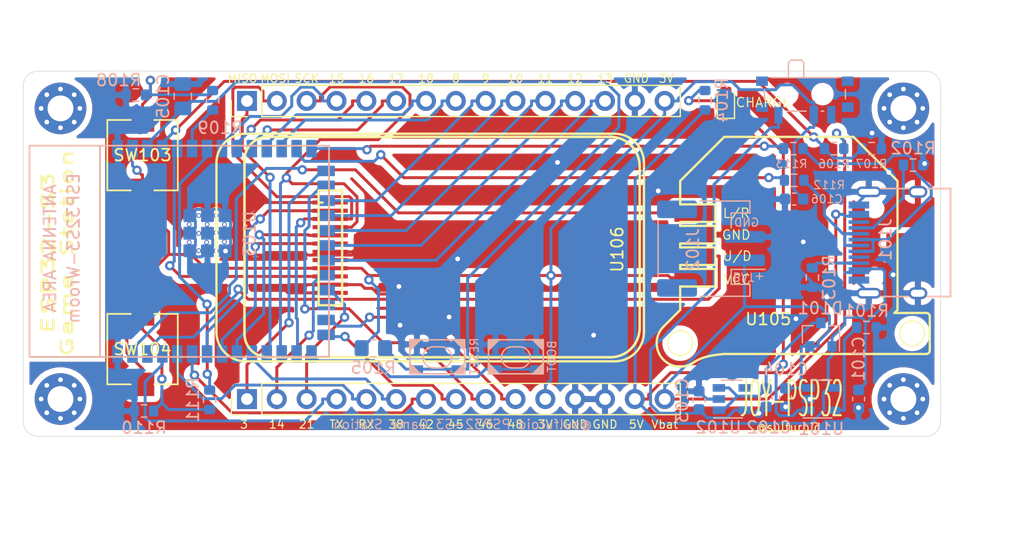
<source format=kicad_pcb>
(kicad_pcb (version 20171130) (host pcbnew "(5.1.12)-1")
  (layers (0 F.Cu signal) (31 B.Cu signal) (34 B.Paste user) (35 F.Paste user) (36 B.SilkS user) (37 F.SilkS user) (38 B.Mask user) (39 F.Mask user) (44 Edge.Cuts user))
  (net 0 "")
  (net 1 /VUSB)
  (net 2 GND)
  (net 3 "Net-(C102-Pad2)")
  (net 4 "Net-(C103-Pad2)")
  (net 5 /VBAT)
  (net 6 /EN)
  (net 7 "Net-(D102-Pad1)")
  (net 8 "Net-(D102-Pad2)")
  (net 9 "Net-(J101-PadA7)")
  (net 10 "Net-(J101-PadA6)")
  (net 11 "Net-(J101-PadB5)")
  (net 12 "Net-(J101-PadA5)")
  (net 13 /IO15)
  (net 14 /IO16)
  (net 15 /IO17)
  (net 16 /IO18)
  (net 17 /IO9)
  (net 18 /IO10)
  (net 19 /IO11)
  (net 20 /IO13)
  (net 21 +3V3)
  (net 22 /IO48)
  (net 23 /IO46)
  (net 24 /IO45)
  (net 25 /IO42)
  (net 26 /RXD)
  (net 27 /TXD)
  (net 28 /IO14)
  (net 29 "Net-(R101-Pad2)")
  (net 30 ChkBat)
  (net 31 "Net-(R108-Pad2)")
  (net 32 /BUTT1)
  (net 33 "Net-(R110-Pad2)")
  (net 34 /BUTT2)
  (net 35 /D-)
  (net 36 /D+)
  (net 37 /IO0)
  (net 38 /LEDA)
  (net 39 /DisplRST)
  (net 40 /Display_CS)
  (net 41 /DisplayDC)
  (net 42 /JoyX)
  (net 43 /JoyY)
  (net 44 /MISO)
  (net 45 /MOSI)
  (net 46 /SCK)
  (net 47 /IO38)
  (net 48 /IO3)
  (net 49 /IO8)
  (net 50 /IO12)
  (net 51 /IO21)
  (module 27sharp:ST7789-176x320 (layer F.Cu) (at 52.07 102.87 270)
    (fp_text reference U106 (at -24.1808 -45.4914 270) (layer F.SilkS))
    (fp_text value 176x320tft_176x320TFT)
    (pad 12 smd rect (at -28.1762 -21.054 90) (size 0.35 3) (layers F.Cu F.Paste F.Mask) (net 2 GND))
    (pad 11 smd rect (at -27.4762 -21.054 90) (size 0.35 3) (layers F.Cu F.Paste F.Mask) (net 39 /DisplRST))
    (pad 10 smd rect (at -26.7762 -21.054 90) (size 0.35 3) (layers F.Cu F.Paste F.Mask) (net 45 /MOSI))
    (pad 9 smd rect (at -26.0762 -21.054 90) (size 0.35 3) (layers F.Cu F.Paste F.Mask) (net 46 /SCK))
    (pad 8 smd rect (at -25.3762 -21.054 90) (size 0.35 3) (layers F.Cu F.Paste F.Mask) (net 40 /Display_CS))
    (pad 7 smd rect (at -24.6762 -21.054 90) (size 0.35 3) (layers F.Cu F.Paste F.Mask) (net 41 /DisplayDC))
    (pad 6 smd rect (at -23.9762 -21.054 90) (size 0.35 3) (layers F.Cu F.Paste F.Mask) (net 2 GND))
    (pad 5 smd rect (at -23.2762 -21.054 90) (size 0.35 3) (layers F.Cu F.Paste F.Mask) (net 2 GND))
    (pad 4 smd rect (at -22.5762 -21.054 90) (size 0.35 3) (layers F.Cu F.Paste F.Mask) (net 21 +3V3))
    (pad 3 smd rect (at -21.8762 -21.054 90) (size 0.35 3) (layers F.Cu F.Paste F.Mask) (net 38 /LEDA))
    (pad 2 smd rect (at -21.1762 -21.054 90) (size 0.35 3) (layers F.Cu F.Paste F.Mask) (net 2 GND))
    (pad 1 smd rect (at -20.4762 -21.054 90) (size 0.35 3) (layers F.Cu F.Paste F.Mask) (net 2 GND))
  )
  (module Capacitor_SMD:C_0603_1608Metric (layer B.Cu) (at 118.11 91.44 270)
    (fp_text reference C101 (at -3.429 0 90) (layer B.SilkS) (effects (justify mirror)))
    (fp_text value 4.7uF)
    (pad 1 smd roundrect (at -0.775 0 270) (size 0.9 0.95) (layers B.Cu B.Paste B.Mask) (net 1 /VUSB))
    (pad 2 smd roundrect (at 0.775 0 270) (size 0.9 0.95) (layers B.Cu B.Paste B.Mask) (net 2 GND))
  )
  (module Capacitor_SMD:C_0603_1608Metric (layer B.Cu) (at 110.236 91.326 90)
    (fp_text reference C102 (at -2.527 0.254 180) (layer B.SilkS) (effects (justify mirror)))
    (fp_text value 1uF)
    (pad 1 smd roundrect (at -0.775 0 90) (size 0.9 0.95) (layers B.Cu B.Paste B.Mask) (net 2 GND))
    (pad 2 smd roundrect (at 0.775 0 90) (size 0.9 0.95) (layers B.Cu B.Paste B.Mask) (net 3 "Net-(C102-Pad2)"))
  )
  (module Capacitor_SMD:C_0603_1608Metric (layer B.Cu) (at 104.521 91.554 270)
    (fp_text reference C103 (at 0 1.43 90) (layer B.SilkS) (effects (justify mirror)))
    (fp_text value 1uF)
    (pad 2 smd roundrect (at 0.775 0 270) (size 0.9 0.95) (layers B.Cu B.Paste B.Mask) (net 4 "Net-(C103-Pad2)"))
    (pad 1 smd roundrect (at -0.775 0 270) (size 0.9 0.95) (layers B.Cu B.Paste B.Mask) (net 2 GND))
  )
  (module Capacitor_SMD:C_0603_1608Metric (layer B.Cu) (at 111.887 91.3 270)
    (fp_text reference C104 (at -2.4 0 180) (layer B.SilkS) (effects (justify mirror)))
    (fp_text value 4.7uF)
    (pad 2 smd roundrect (at 0.775 0 270) (size 0.9 0.95) (layers B.Cu B.Paste B.Mask) (net 2 GND))
    (pad 1 smd roundrect (at -0.775 0 270) (size 0.9 0.95) (layers B.Cu B.Paste B.Mask) (net 5 /VBAT))
  )
  (module Capacitor_SMD:C_0805_2012Metric_Pad1.18x1.45mm_HandSolder (layer B.Cu) (at 60.579 65.6375 270)
    (fp_text reference C105 (at 0 1.68 90) (layer B.SilkS) (effects (justify mirror)))
    (fp_text value 100nF)
    (pad 1 smd roundrect (at -1.0375 0 270) (size 1.175 1.45) (layers B.Cu B.Paste B.Mask) (roundrect_rratio 0.2127659574468085) (net 2 GND))
    (pad 2 smd roundrect (at 1.0375 0 270) (size 1.175 1.45) (layers B.Cu B.Paste B.Mask) (roundrect_rratio 0.2127659574468085) (net 6 /EN))
  )
  (module Package_TO_SOT_SMD:SOT-23 (layer B.Cu) (at 114.9 85.95 90)
    (fp_text reference D101 (at 2.25 -0.05 180) (layer B.SilkS) (effects (justify mirror)))
    (fp_text value BAT54C)
    (pad 1 smd rect (at -1 0.95 90) (size 0.9 0.8) (layers B.Cu B.Paste B.Mask) (net 1 /VUSB))
    (pad 2 smd rect (at -1 -0.95 90) (size 0.9 0.8) (layers B.Cu B.Paste B.Mask) (net 5 /VBAT))
    (pad 3 smd rect (at 1 0 90) (size 0.9 0.8) (layers B.Cu B.Paste B.Mask) (net 3 "Net-(C102-Pad2)"))
  )
  (module LED_SMD:LED_0603_1608Metric (layer F.Cu) (at 106.807 66.04 90)
    (fp_text reference D102 hide)
    (fp_text value CHARGE (at -0.127 3.175 180) (layer F.SilkS) (effects (font (size 0.8 0.8) (thickness 0.1))))
    (pad 1 smd roundrect (at -0.7875 0 90) (size 0.875 0.95) (layers F.Cu F.Paste F.Mask) (net 7 "Net-(D102-Pad1)"))
    (pad 2 smd roundrect (at 0.7875 0 90) (size 0.875 0.95) (layers F.Cu F.Paste F.Mask) (net 8 "Net-(D102-Pad2)"))
  )
  (module 27sharp:GT-USB-7010 (layer B.Cu) (at 121.285 78.105 270)
    (fp_text reference J101 (at -0.254 0.889 270) (layer B.SilkS) (effects (justify mirror)))
    (fp_text value USB_C_Receptacle hide)
    (pad S1 thru_hole oval (at -4.32 -1.87 270) (size 1 1.6) (drill oval 0.6 1.2) (layers *.Cu *.Mask) (net 2 GND))
    (pad S1 thru_hole oval (at 4.32 -1.87 270) (size 1 1.6) (drill oval 0.6 1.2) (layers *.Cu *.Mask) (net 2 GND))
    (pad S1 thru_hole oval (at -4.32 2.31 270) (size 0.9 2.1) (drill oval 0.5 1.7) (layers *.Cu *.Mask) (net 2 GND))
    (pad S1 thru_hole oval (at 4.32 2.31 270) (size 0.9 2.1) (drill oval 0.5 1.7) (layers *.Cu *.Mask) (net 2 GND))
    (pad "" np_thru_hole circle (at -2.89 1.81 270) (size 0.65 0.65) (drill 0.65) (layers *.Cu *.Mask))
    (pad "" np_thru_hole circle (at 2.89 1.81 270) (size 0.65 0.65) (drill 0.65) (layers *.Cu *.Mask))
    (pad A7 smd rect (at 0.25 3.15 270) (size 0.3 1.75) (layers B.Cu B.Paste B.Mask) (net 9 "Net-(J101-PadA7)"))
    (pad B6 smd rect (at 0.75 3.15 270) (size 0.3 1.75) (layers B.Cu B.Paste B.Mask) (net 10 "Net-(J101-PadA6)"))
    (pad A8 smd rect (at 1.25 3.15 270) (size 0.3 1.75) (layers B.Cu B.Paste B.Mask))
    (pad B5 smd rect (at 1.75 3.15 270) (size 0.3 1.75) (layers B.Cu B.Paste B.Mask) (net 11 "Net-(J101-PadB5)"))
    (pad B7 smd rect (at -0.75 3.15 270) (size 0.3 1.75) (layers B.Cu B.Paste B.Mask) (net 9 "Net-(J101-PadA7)"))
    (pad B8 smd rect (at -1.75 3.15 270) (size 0.3 1.75) (layers B.Cu B.Paste B.Mask))
    (pad A5 smd rect (at -1.25 3.15 270) (size 0.3 1.75) (layers B.Cu B.Paste B.Mask) (net 12 "Net-(J101-PadA5)"))
    (pad A6 smd rect (at -0.25 3.15 270) (size 0.3 1.75) (layers B.Cu B.Paste B.Mask) (net 10 "Net-(J101-PadA6)"))
    (pad A1 smd rect (at -3.35 3.15 270) (size 0.3 1.75) (layers B.Cu B.Paste B.Mask) (net 2 GND))
    (pad B12 smd rect (at -3.05 3.15 270) (size 0.3 1.75) (layers B.Cu B.Paste B.Mask) (net 2 GND))
    (pad A4 smd rect (at -2.55 3.15 270) (size 0.3 1.75) (layers B.Cu B.Paste B.Mask) (net 1 /VUSB))
    (pad B9 smd rect (at -2.25 3.15 270) (size 0.3 1.75) (layers B.Cu B.Paste B.Mask) (net 1 /VUSB))
    (pad A9 smd rect (at 2.55 3.15 270) (size 0.3 1.75) (layers B.Cu B.Paste B.Mask) (net 1 /VUSB))
    (pad B4 smd rect (at 2.25 3.15 270) (size 0.3 1.75) (layers B.Cu B.Paste B.Mask) (net 1 /VUSB))
    (pad B1 smd rect (at 3.05 3.15 270) (size 0.3 1.75) (layers B.Cu B.Paste B.Mask) (net 2 GND))
    (pad A12 smd rect (at 3.35 3.15 270) (size 0.3 1.75) (layers B.Cu B.Paste B.Mask) (net 2 GND))
  )
  (module Resistor_SMD:R_0603_1608Metric (layer B.Cu) (at 118.775 85.344 180)
    (fp_text reference R101 (at 0 1.43) (layer B.SilkS) (effects (justify mirror)))
    (fp_text value 3k)
    (pad 2 smd roundrect (at 0.825 0 180) (size 0.8 0.95) (layers B.Cu B.Paste B.Mask) (net 29 "Net-(R101-Pad2)"))
    (pad 1 smd roundrect (at -0.825 0 180) (size 0.8 0.95) (layers B.Cu B.Paste B.Mask) (net 2 GND))
  )
  (module Resistor_SMD:R_0603_1608Metric (layer B.Cu) (at 122.745 71.501 180)
    (fp_text reference R102 (at 0 1.43) (layer B.SilkS) (effects (justify mirror)))
    (fp_text value 5.1k)
    (pad 1 smd roundrect (at -0.825 0 180) (size 0.8 0.95) (layers B.Cu B.Paste B.Mask) (net 2 GND))
    (pad 2 smd roundrect (at 0.825 0 180) (size 0.8 0.95) (layers B.Cu B.Paste B.Mask) (net 12 "Net-(J101-PadA5)"))
  )
  (module Resistor_SMD:R_0603_1608Metric (layer B.Cu) (at 114.173 81.089 90)
    (fp_text reference R103 (at 0 1.43 90) (layer B.SilkS) (effects (justify mirror)))
    (fp_text value 5.1k)
    (pad 2 smd roundrect (at 0.825 0 90) (size 0.8 0.95) (layers B.Cu B.Paste B.Mask) (net 11 "Net-(J101-PadB5)"))
    (pad 1 smd roundrect (at -0.825 0 90) (size 0.8 0.95) (layers B.Cu B.Paste B.Mask) (net 2 GND))
  )
  (module Resistor_SMD:R_0603_1608Metric (layer B.Cu) (at 105.029 65.976 90)
    (fp_text reference R104 (at 0 1.43 90) (layer B.SilkS) (effects (justify mirror)))
    (fp_text value 470R)
    (pad 1 smd roundrect (at -0.825 0 90) (size 0.8 0.95) (layers B.Cu B.Paste B.Mask) (net 1 /VUSB))
    (pad 2 smd roundrect (at 0.825 0 90) (size 0.8 0.95) (layers B.Cu B.Paste B.Mask) (net 8 "Net-(D102-Pad2)"))
  )
  (module Resistor_SMD:R_0805_2012Metric_Pad1.20x1.40mm_HandSolder (layer B.Cu) (at 76.8 87.122)
    (fp_text reference R105 (at 0 1.65) (layer B.SilkS) (effects (justify mirror)))
    (fp_text value 10k)
    (pad 1 smd roundrect (at -1 0) (size 1.2 1.4) (layers B.Cu B.Paste B.Mask) (roundrect_rratio 0.2083325) (net 21 +3V3))
    (pad 2 smd roundrect (at 1 0) (size 1.2 1.4) (layers B.Cu B.Paste B.Mask) (roundrect_rratio 0.2083325) (net 6 /EN))
  )
  (module Resistor_SMD:R_0603_1608Metric (layer B.Cu) (at 56.578 65.532)
    (fp_text reference R108 (at -1.461 -1.27) (layer B.SilkS) (effects (justify mirror)))
    (fp_text value 10k)
    (pad 1 smd roundrect (at -0.825 0) (size 0.8 0.95) (layers B.Cu B.Paste B.Mask) (net 2 GND))
    (pad 2 smd roundrect (at 0.825 0) (size 0.8 0.95) (layers B.Cu B.Paste B.Mask) (net 31 "Net-(R108-Pad2)"))
  )
  (module Resistor_SMD:R_0603_1608Metric (layer B.Cu) (at 63.119 65.976 90)
    (fp_text reference R109 (at -2.35 0.635 180) (layer B.SilkS) (effects (justify mirror)))
    (fp_text value 1K)
    (pad 2 smd roundrect (at 0.825 0 90) (size 0.8 0.95) (layers B.Cu B.Paste B.Mask) (net 31 "Net-(R108-Pad2)"))
    (pad 1 smd roundrect (at -0.825 0 90) (size 0.8 0.95) (layers B.Cu B.Paste B.Mask) (net 32 /BUTT1))
  )
  (module Resistor_SMD:R_0603_1608Metric (layer B.Cu) (at 57.277 92.456)
    (fp_text reference R110 (at 0 1.43) (layer B.SilkS) (effects (justify mirror)))
    (fp_text value 10k)
    (pad 2 smd roundrect (at 0.825 0) (size 0.8 0.95) (layers B.Cu B.Paste B.Mask) (net 33 "Net-(R110-Pad2)"))
    (pad 1 smd roundrect (at -0.825 0) (size 0.8 0.95) (layers B.Cu B.Paste B.Mask) (net 2 GND))
  )
  (module Resistor_SMD:R_0603_1608Metric (layer B.Cu) (at 62.865 91.504 270)
    (fp_text reference R111 (at 0 1.43 90) (layer B.SilkS) (effects (justify mirror)))
    (fp_text value 1K)
    (pad 2 smd roundrect (at 0.825 0 270) (size 0.8 0.95) (layers B.Cu B.Paste B.Mask) (net 33 "Net-(R110-Pad2)"))
    (pad 1 smd roundrect (at -0.825 0 270) (size 0.8 0.95) (layers B.Cu B.Paste B.Mask) (net 34 /BUTT2))
  )
  (module Resistor_SMD:R_0603_1608Metric (layer B.Cu) (at 112.625 72.8)
    (fp_text reference R112 (at 2.975 0.4) (layer B.SilkS) (effects (font (size 0.7 0.7) (thickness 0.1)) (justify mirror)))
    (fp_text value 22R)
    (pad 1 smd roundrect (at -0.825 0) (size 0.8 0.95) (layers B.Cu B.Paste B.Mask) (net 35 /D-))
    (pad 2 smd roundrect (at 0.825 0) (size 0.8 0.95) (layers B.Cu B.Paste B.Mask) (net 9 "Net-(J101-PadA7)"))
  )
  (module Resistor_SMD:R_0603_1608Metric (layer B.Cu) (at 112.554 70.101)
    (fp_text reference R113 (at -0.154 1.299) (layer B.SilkS) (effects (font (size 0.7 0.7) (thickness 0.1)) (justify mirror)))
    (fp_text value 22R)
    (pad 1 smd roundrect (at -0.825 0) (size 0.8 0.95) (layers B.Cu B.Paste B.Mask) (net 36 /D+))
    (pad 2 smd roundrect (at 0.825 0) (size 0.8 0.95) (layers B.Cu B.Paste B.Mask) (net 10 "Net-(J101-PadA6)"))
  )
  (module 27sharp:SKRPABE010 (layer B.Cu) (at 80.01 86.49)
    (fp_text reference SW101 hide)
    (fp_text value RST)
    (pad 2 smd rect (at 3.965 0.3) (size 1.05 0.65) (layers B.Cu B.Paste B.Mask) (net 2 GND))
    (pad 2 smd rect (at 0.5 0.3) (size 1.05 0.65) (layers B.Cu B.Paste B.Mask) (net 2 GND))
    (pad 1 smd rect (at 3.965 2.4) (size 1.05 0.65) (layers B.Cu B.Paste B.Mask) (net 6 /EN))
    (pad 1 smd rect (at 0.5 2.4) (size 1.05 0.65) (layers B.Cu B.Paste B.Mask) (net 6 /EN))
  )
  (module 27sharp:SKRPABE010 (layer B.Cu) (at 86.7 86.49)
    (fp_text reference SW102 hide)
    (fp_text value BOOT)
    (pad 1 smd rect (at 0.5 2.4) (size 1.05 0.65) (layers B.Cu B.Paste B.Mask) (net 37 /IO0))
    (pad 1 smd rect (at 3.965 2.4) (size 1.05 0.65) (layers B.Cu B.Paste B.Mask) (net 37 /IO0))
    (pad 2 smd rect (at 0.5 0.3) (size 1.05 0.65) (layers B.Cu B.Paste B.Mask) (net 2 GND))
    (pad 2 smd rect (at 3.965 0.3) (size 1.05 0.65) (layers B.Cu B.Paste B.Mask) (net 2 GND))
  )
  (module Button_Switch_SMD:SW_SPDT_PCM12 (layer B.Cu) (at 113.538 65.786)
    (fp_text reference SW105 hide)
    (fp_text value ON-OFF)
    (pad "" np_thru_hole circle (at -1.5 -0.33) (size 0.9 0.9) (drill 0.9) (layers *.Cu *.Mask))
    (pad "" np_thru_hole circle (at 1.5 -0.33) (size 0.9 0.9) (drill 0.9) (layers *.Cu *.Mask))
    (pad 1 smd rect (at -2.25 1.43) (size 0.7 1.5) (layers B.Cu B.Paste B.Mask) (net 4 "Net-(C103-Pad2)"))
    (pad 2 smd rect (at 0.75 1.43) (size 0.7 1.5) (layers B.Cu B.Paste B.Mask) (net 21 +3V3))
    (pad 3 smd rect (at 2.25 1.43) (size 0.7 1.5) (layers B.Cu B.Paste B.Mask))
    (pad "" smd rect (at -3.65 -1.43) (size 1 0.8) (layers B.Cu B.Paste B.Mask))
    (pad "" smd rect (at 3.65 -1.43) (size 1 0.8) (layers B.Cu B.Paste B.Mask))
    (pad "" smd rect (at 3.65 0.78) (size 1 0.8) (layers B.Cu B.Paste B.Mask))
    (pad "" smd rect (at -3.65 0.78) (size 1 0.8) (layers B.Cu B.Paste B.Mask))
  )
  (module Package_TO_SOT_SMD:SOT-23-5 (layer B.Cu) (at 114.935 91.44)
    (fp_text reference U101 (at 0 2.54) (layer B.SilkS) (effects (justify mirror)))
    (fp_text value MCP73831-2-OT)
    (pad 1 smd rect (at -1.1 0.95) (size 1.06 0.65) (layers B.Cu B.Paste B.Mask) (net 7 "Net-(D102-Pad1)"))
    (pad 2 smd rect (at -1.1 0) (size 1.06 0.65) (layers B.Cu B.Paste B.Mask) (net 2 GND))
    (pad 3 smd rect (at -1.1 -0.95) (size 1.06 0.65) (layers B.Cu B.Paste B.Mask) (net 5 /VBAT))
    (pad 4 smd rect (at 1.1 -0.95) (size 1.06 0.65) (layers B.Cu B.Paste B.Mask) (net 1 /VUSB))
    (pad 5 smd rect (at 1.1 0.95) (size 1.06 0.65) (layers B.Cu B.Paste B.Mask) (net 29 "Net-(R101-Pad2)"))
  )
  (module Package_TO_SOT_SMD:SOT-23-5 (layer B.Cu) (at 107.315 91.44)
    (fp_text reference U102 (at -1.143 2.413) (layer B.SilkS) (effects (justify mirror)))
    (fp_text value ME6211C33M5G-N)
    (pad 5 smd rect (at 1.1 0.95) (size 1.06 0.65) (layers B.Cu B.Paste B.Mask) (net 4 "Net-(C103-Pad2)"))
    (pad 4 smd rect (at 1.1 -0.95) (size 1.06 0.65) (layers B.Cu B.Paste B.Mask))
    (pad 3 smd rect (at -1.1 -0.95) (size 1.06 0.65) (layers B.Cu B.Paste B.Mask) (net 3 "Net-(C102-Pad2)"))
    (pad 2 smd rect (at -1.1 0) (size 1.06 0.65) (layers B.Cu B.Paste B.Mask) (net 2 GND))
    (pad 1 smd rect (at -1.1 0.95) (size 1.06 0.65) (layers B.Cu B.Paste B.Mask) (net 3 "Net-(C102-Pad2)"))
  )
  (module 27sharp:ESP32-S3-wrooom (layer B.Cu) (at 73.025 69.85 270)
    (fp_text reference U103 (at 7.5 6.75 90) (layer B.SilkS) (effects (justify mirror)))
    (fp_text value ESP32S3-Wroom (at 8.75 21.75 90) (layer B.SilkS) (effects (justify mirror)))
    (fp_text user "ANTENNA AREA" (at 8.75 23.75 90) (layer B.SilkS) (effects (justify mirror)))
    (pad 41 smd roundrect (at 5.96 8.845 90) (size 1.1 1.1) (layers B.Cu B.Paste B.Mask) (roundrect_rratio 0.079) (net 2 GND))
    (pad 41 smd roundrect (at 8.96 10.345 90) (size 1.1 1.1) (layers B.Cu B.Paste B.Mask) (roundrect_rratio 0.079) (net 2 GND))
    (pad 41 smd roundrect (at 7.46 10.345 90) (size 1.1 1.1) (layers B.Cu B.Paste B.Mask) (roundrect_rratio 0.079) (net 2 GND))
    (pad "" thru_hole circle (at 8.236 10.426 90) (size 0.4 0.4) (drill oval 0.25) (layers *.Cu *.Mask))
    (pad "" thru_hole circle (at 6.712 8.902 90) (size 0.4 0.4) (drill oval 0.25) (layers *.Cu *.Mask))
    (pad 41 smd roundrect (at 8.96 8.845 90) (size 1.1 1.1) (layers B.Cu B.Paste B.Mask) (roundrect_rratio 0.079) (net 2 GND))
    (pad 41 smd roundrect (at 8.96 11.845 90) (size 1.1 1.1) (layers B.Cu B.Paste B.Mask) (roundrect_rratio 0.079) (net 2 GND))
    (pad 41 smd roundrect (at 7.46 11.845 90) (size 1.1 1.1) (layers B.Cu B.Paste B.Mask) (roundrect_rratio 0.079) (net 2 GND))
    (pad "" thru_hole circle (at 7.4232 9.6132 90) (size 0.4 0.4) (drill oval 0.25) (layers *.Cu *.Mask))
    (pad "" thru_hole circle (at 8.1852 8.902 90) (size 0.4 0.4) (drill oval 0.25) (layers *.Cu *.Mask))
    (pad "" thru_hole circle (at 6.712 11.8992 90) (size 0.4 0.4) (drill oval 0.25) (layers *.Cu *.Mask))
    (pad "" thru_hole circle (at 6.712 10.3752 90) (size 0.4 0.4) (drill oval 0.25) (layers *.Cu *.Mask))
    (pad 41 smd roundrect (at 5.96 10.345 90) (size 1.1 1.1) (layers B.Cu B.Paste B.Mask) (roundrect_rratio 0.079) (net 2 GND))
    (pad 41 smd roundrect (at 5.96 11.845 90) (size 1.1 1.1) (layers B.Cu B.Paste B.Mask) (roundrect_rratio 0.079) (net 2 GND))
    (pad "" thru_hole circle (at 5.95 9.6132 90) (size 0.4 0.4) (drill oval 0.25) (layers *.Cu *.Mask))
    (pad "" thru_hole circle (at 8.236 11.8992 90) (size 0.4 0.4) (drill oval 0.25) (layers *.Cu *.Mask))
    (pad "" thru_hole circle (at 5.95 11.0864 90) (size 0.4 0.4) (drill oval 0.25) (layers *.Cu *.Mask))
    (pad "" thru_hole circle (at 7.474 11.0864 90) (size 0.4 0.4) (drill oval 0.25) (layers *.Cu *.Mask))
    (pad "" thru_hole circle (at 8.9472 11.0864 90) (size 0.4 0.4) (drill oval 0.25) (layers *.Cu *.Mask))
    (pad "" thru_hole circle (at 8.9472 9.6132 90) (size 0.4 0.4) (drill oval 0.25) (layers *.Cu *.Mask))
    (pad 41 smd roundrect (at 7.46 8.845 90) (size 1.1 1.1) (layers B.Cu B.Paste B.Mask) (roundrect_rratio 0.079) (net 2 GND))
    (pad 1 smd roundrect (at 0.25 18 270) (size 1.5 0.9) (layers B.Cu B.Paste B.Mask) (roundrect_rratio 0.079) (net 2 GND))
    (pad 2 smd roundrect (at 0.25 16.73 270) (size 1.5 0.9) (layers B.Cu B.Paste B.Mask) (roundrect_rratio 0.079) (net 21 +3V3))
    (pad 3 smd roundrect (at 0.25 15.46 270) (size 1.5 0.9) (layers B.Cu B.Paste B.Mask) (roundrect_rratio 0.079) (net 6 /EN))
    (pad 4 smd roundrect (at 0.25 14.19 270) (size 1.5 0.9) (layers B.Cu B.Paste B.Mask) (roundrect_rratio 0.079) (net 30 ChkBat))
    (pad 5 smd roundrect (at 0.25 12.92 270) (size 1.5 0.9) (layers B.Cu B.Paste B.Mask) (roundrect_rratio 0.079) (net 38 /LEDA))
    (pad 6 smd roundrect (at 0.25 11.65 270) (size 1.5 0.9) (layers B.Cu B.Paste B.Mask) (roundrect_rratio 0.079) (net 32 /BUTT1))
    (pad 7 smd roundrect (at 0.25 10.38 270) (size 1.5 0.9) (layers B.Cu B.Paste B.Mask) (roundrect_rratio 0.079) (net 34 /BUTT2))
    (pad 8 smd roundrect (at 0.25 9.11 270) (size 1.5 0.9) (layers B.Cu B.Paste B.Mask) (roundrect_rratio 0.079) (net 13 /IO15))
    (pad 9 smd roundrect (at 0.25 7.84 270) (size 1.5 0.9) (layers B.Cu B.Paste B.Mask) (roundrect_rratio 0.079) (net 14 /IO16))
    (pad 10 smd roundrect (at 0.25 6.57 270) (size 1.5 0.9) (layers B.Cu B.Paste B.Mask) (roundrect_rratio 0.079) (net 15 /IO17))
    (pad 11 smd roundrect (at 0.25 5.3 270) (size 1.5 0.9) (layers B.Cu B.Paste B.Mask) (roundrect_rratio 0.079) (net 16 /IO18))
    (pad 12 smd roundrect (at 0.25 4.03 270) (size 1.5 0.9) (layers B.Cu B.Paste B.Mask) (roundrect_rratio 0.079) (net 49 /IO8))
    (pad 13 smd roundrect (at 0.25 2.76 270) (size 1.5 0.9) (layers B.Cu B.Paste B.Mask) (roundrect_rratio 0.079) (net 35 /D-))
    (pad 14 smd roundrect (at 0.25 1.49 270) (size 1.5 0.9) (layers B.Cu B.Paste B.Mask) (roundrect_rratio 0.079) (net 36 /D+))
    (pad 40 smd roundrect (at 17.75 18 270) (size 1.5 0.9) (layers B.Cu B.Paste B.Mask) (roundrect_rratio 0.079) (net 2 GND))
    (pad 39 smd roundrect (at 17.75 16.73 270) (size 1.5 0.9) (layers B.Cu B.Paste B.Mask) (roundrect_rratio 0.079) (net 42 /JoyX))
    (pad 38 smd roundrect (at 17.75 15.46 270) (size 1.5 0.9) (layers B.Cu B.Paste B.Mask) (roundrect_rratio 0.079) (net 43 /JoyY))
    (pad 37 smd roundrect (at 17.75 14.19 270) (size 1.5 0.9) (layers B.Cu B.Paste B.Mask) (roundrect_rratio 0.079) (net 27 /TXD))
    (pad 29 smd roundrect (at 17.75 4.03 270) (size 1.5 0.9) (layers B.Cu B.Paste B.Mask) (roundrect_rratio 0.079) (net 46 /SCK))
    (pad 35 smd roundrect (at 17.75 11.65 270) (size 1.5 0.9) (layers B.Cu B.Paste B.Mask) (roundrect_rratio 0.079) (net 25 /IO42))
    (pad 30 smd roundrect (at 17.75 5.3 270) (size 1.5 0.9) (layers B.Cu B.Paste B.Mask) (roundrect_rratio 0.079) (net 44 /MISO))
    (pad 27 smd roundrect (at 17.75 1.49 270) (size 1.5 0.9) (layers B.Cu B.Paste B.Mask) (roundrect_rratio 0.079) (net 37 /IO0))
    (pad 28 smd roundrect (at 17.75 2.76 270) (size 1.5 0.9) (layers B.Cu B.Paste B.Mask) (roundrect_rratio 0.079) (net 45 /MOSI))
    (pad 34 smd roundrect (at 17.75 10.38 270) (size 1.5 0.9) (layers B.Cu B.Paste B.Mask) (roundrect_rratio 0.079) (net 39 /DisplRST))
    (pad 36 smd roundrect (at 17.75 12.92 270) (size 1.5 0.9) (layers B.Cu B.Paste B.Mask) (roundrect_rratio 0.079) (net 26 /RXD))
    (pad 31 smd roundrect (at 17.75 6.57 270) (size 1.5 0.9) (layers B.Cu B.Paste B.Mask) (roundrect_rratio 0.079) (net 47 /IO38))
    (pad 32 smd roundrect (at 17.75 7.84 270) (size 1.5 0.9) (layers B.Cu B.Paste B.Mask) (roundrect_rratio 0.079) (net 40 /Display_CS))
    (pad 33 smd roundrect (at 17.75 9.11 270) (size 1.5 0.9) (layers B.Cu B.Paste B.Mask) (roundrect_rratio 0.079) (net 41 /DisplayDC))
    (pad 15 smd roundrect (at 2.15 0.25 180) (size 1.5 0.9) (layers B.Cu B.Paste B.Mask) (roundrect_rratio 0.079) (net 48 /IO3))
    (pad 16 smd roundrect (at 3.42 0.25 180) (size 1.5 0.9) (layers B.Cu B.Paste B.Mask) (roundrect_rratio 0.079) (net 23 /IO46))
    (pad 17 smd roundrect (at 4.69 0.25 180) (size 1.5 0.9) (layers B.Cu B.Paste B.Mask) (roundrect_rratio 0.079) (net 17 /IO9))
    (pad 18 smd roundrect (at 5.96 0.25 180) (size 1.5 0.9) (layers B.Cu B.Paste B.Mask) (roundrect_rratio 0.079) (net 18 /IO10))
    (pad 19 smd roundrect (at 7.23 0.25 180) (size 1.5 0.9) (layers B.Cu B.Paste B.Mask) (roundrect_rratio 0.079) (net 19 /IO11))
    (pad 20 smd roundrect (at 8.5 0.25 180) (size 1.5 0.9) (layers B.Cu B.Paste B.Mask) (roundrect_rratio 0.079) (net 50 /IO12))
    (pad 21 smd roundrect (at 9.77 0.25 180) (size 1.5 0.9) (layers B.Cu B.Paste B.Mask) (roundrect_rratio 0.079) (net 20 /IO13))
    (pad 22 smd roundrect (at 11.04 0.25 180) (size 1.5 0.9) (layers B.Cu B.Paste B.Mask) (roundrect_rratio 0.079) (net 28 /IO14))
    (pad 23 smd roundrect (at 12.31 0.25 180) (size 1.5 0.9) (layers B.Cu B.Paste B.Mask) (roundrect_rratio 0.079) (net 51 /IO21))
    (pad 24 smd roundrect (at 13.58 0.25 180) (size 1.5 0.9) (layers B.Cu B.Paste B.Mask) (roundrect_rratio 0.079))
    (pad 25 smd roundrect (at 14.85 0.25 180) (size 1.5 0.9) (layers B.Cu B.Paste B.Mask) (roundrect_rratio 0.079) (net 22 /IO48))
    (pad 26 smd roundrect (at 16.12 0.25 180) (size 1.5 0.9) (layers B.Cu B.Paste B.Mask) (roundrect_rratio 0.079) (net 24 /IO45))
  )
  (module 27sharp:JoystickP1000 (layer F.Cu) (at 102.87 87.63)
    (fp_text reference U105 (at 7.55 -3 180) (layer F.SilkS))
    (fp_text value JoyStickP1000)
    (fp_text user L/R (at 4.825 -12.025) (layer F.SilkS) (effects (font (size 0.8 0.8) (thickness 0.1))))
    (fp_text user GND (at 4.825 -10.175) (layer F.SilkS) (effects (font (size 0.8 0.8) (thickness 0.1))))
    (fp_text user U/D (at 4.9 -8.375) (layer F.SilkS) (effects (font (size 0.8 0.8) (thickness 0.1))))
    (fp_text user VCC (at 4.9 -6.375) (layer F.SilkS) (effects (font (size 0.8 0.8) (thickness 0.1))))
    (pad 1 smd rect (at 1.3 -12.05 90) (size 1.524 3.5) (layers F.Cu F.Paste F.Mask) (net 42 /JoyX))
    (pad 2 smd rect (at 1.3 -10.2 90) (size 1.524 3.5) (layers F.Cu F.Paste F.Mask) (net 2 GND))
    (pad 3 smd rect (at 1.3 -8.375 90) (size 1.524 3.5) (layers F.Cu F.Paste F.Mask) (net 43 /JoyY))
    (pad 4 smd rect (at 1.3 -6.525 90) (size 1.524 3.5) (layers F.Cu F.Paste F.Mask) (net 21 +3V3))
    (pad "" np_thru_hole circle (at 0.05 -0.95 90) (size 2 2) (drill 2) (layers *.Cu *.Mask))
    (pad "" np_thru_hole circle (at 19.8 -1.775 90) (size 2 2) (drill 2) (layers *.Cu *.Mask))
    (pad "" smd rect (at 18.6 -9.325 90) (size 2 2) (layers F.Cu F.Paste F.Mask))
  )
  (module Connector_PinHeader_2.54mm:PinHeader_1x15_P2.54mm_Vertical (layer F.Cu) (at 66.04 66.04 90)
    (fp_text reference J103 hide)
    (fp_text value GPIOLINE1)
    (pad 1 thru_hole rect (at 0 0 90) (size 1.7 1.7) (drill 1) (layers *.Cu *.Mask) (net 44 /MISO))
    (pad 2 thru_hole oval (at 0 2.54 90) (size 1.7 1.7) (drill 1) (layers *.Cu *.Mask) (net 45 /MOSI))
    (pad 3 thru_hole oval (at 0 5.08 90) (size 1.7 1.7) (drill 1) (layers *.Cu *.Mask) (net 46 /SCK))
    (pad 4 thru_hole oval (at 0 7.62 90) (size 1.7 1.7) (drill 1) (layers *.Cu *.Mask) (net 13 /IO15))
    (pad 5 thru_hole oval (at 0 10.16 90) (size 1.7 1.7) (drill 1) (layers *.Cu *.Mask) (net 14 /IO16))
    (pad 6 thru_hole oval (at 0 12.7 90) (size 1.7 1.7) (drill 1) (layers *.Cu *.Mask) (net 15 /IO17))
    (pad 7 thru_hole oval (at 0 15.24 90) (size 1.7 1.7) (drill 1) (layers *.Cu *.Mask) (net 16 /IO18))
    (pad 8 thru_hole oval (at 0 17.78 90) (size 1.7 1.7) (drill 1) (layers *.Cu *.Mask) (net 49 /IO8))
    (pad 9 thru_hole oval (at 0 20.32 90) (size 1.7 1.7) (drill 1) (layers *.Cu *.Mask) (net 17 /IO9))
    (pad 10 thru_hole oval (at 0 22.86 90) (size 1.7 1.7) (drill 1) (layers *.Cu *.Mask) (net 18 /IO10))
    (pad 11 thru_hole oval (at 0 25.4 90) (size 1.7 1.7) (drill 1) (layers *.Cu *.Mask) (net 19 /IO11))
    (pad 12 thru_hole oval (at 0 27.94 90) (size 1.7 1.7) (drill 1) (layers *.Cu *.Mask) (net 50 /IO12))
    (pad 13 thru_hole oval (at 0 30.48 90) (size 1.7 1.7) (drill 1) (layers *.Cu *.Mask) (net 20 /IO13))
    (pad 14 thru_hole oval (at 0 33.02 90) (size 1.7 1.7) (drill 1) (layers *.Cu *.Mask) (net 2 GND))
    (pad 15 thru_hole oval (at 0 35.56 90) (size 1.7 1.7) (drill 1) (layers *.Cu *.Mask) (net 21 +3V3))
  )
  (module Connector_PinHeader_2.54mm:PinHeader_1x15_P2.54mm_Vertical (layer F.Cu) (at 66.04 91.44 90)
    (fp_text reference J104 hide)
    (fp_text value GPIOLINE2)
    (pad 15 thru_hole oval (at 0 35.56 90) (size 1.7 1.7) (drill 1) (layers *.Cu *.Mask) (net 5 /VBAT))
    (pad 14 thru_hole oval (at 0 33.02 90) (size 1.7 1.7) (drill 1) (layers *.Cu *.Mask) (net 1 /VUSB))
    (pad 13 thru_hole oval (at 0 30.48 90) (size 1.7 1.7) (drill 1) (layers *.Cu *.Mask) (net 2 GND))
    (pad 12 thru_hole oval (at 0 27.94 90) (size 1.7 1.7) (drill 1) (layers *.Cu *.Mask) (net 2 GND))
    (pad 11 thru_hole oval (at 0 25.4 90) (size 1.7 1.7) (drill 1) (layers *.Cu *.Mask) (net 21 +3V3))
    (pad 10 thru_hole oval (at 0 22.86 90) (size 1.7 1.7) (drill 1) (layers *.Cu *.Mask) (net 22 /IO48))
    (pad 9 thru_hole oval (at 0 20.32 90) (size 1.7 1.7) (drill 1) (layers *.Cu *.Mask) (net 23 /IO46))
    (pad 8 thru_hole oval (at 0 17.78 90) (size 1.7 1.7) (drill 1) (layers *.Cu *.Mask) (net 24 /IO45))
    (pad 7 thru_hole oval (at 0 15.24 90) (size 1.7 1.7) (drill 1) (layers *.Cu *.Mask) (net 25 /IO42))
    (pad 6 thru_hole oval (at 0 12.7 90) (size 1.7 1.7) (drill 1) (layers *.Cu *.Mask) (net 47 /IO38))
    (pad 5 thru_hole oval (at 0 10.16 90) (size 1.7 1.7) (drill 1) (layers *.Cu *.Mask) (net 26 /RXD))
    (pad 4 thru_hole oval (at 0 7.62 90) (size 1.7 1.7) (drill 1) (layers *.Cu *.Mask) (net 27 /TXD))
    (pad 3 thru_hole oval (at 0 5.08 90) (size 1.7 1.7) (drill 1) (layers *.Cu *.Mask) (net 51 /IO21))
    (pad 2 thru_hole oval (at 0 2.54 90) (size 1.7 1.7) (drill 1) (layers *.Cu *.Mask) (net 28 /IO14))
    (pad 1 thru_hole rect (at 0 0 90) (size 1.7 1.7) (drill 1) (layers *.Cu *.Mask) (net 48 /IO3))
  )
  (module 18650:SW_TP1003 (layer F.Cu) (at 57.15 66.66 180)
    (fp_text reference SW103 (at 0 -4) (layer F.SilkS))
    (fp_text value BUT1 hide)
    (pad 2 smd rect (at 0 -1 180) (size 2 2) (layers F.Cu F.Paste F.Mask) (net 31 "Net-(R108-Pad2)"))
    (pad 1 smd rect (at 0 -7 180) (size 2 2) (layers F.Cu F.Paste F.Mask) (net 21 +3V3))
  )
  (module 18650:SW_TP1003 (layer F.Cu) (at 57.15 83.185 180)
    (fp_text reference SW104 (at 0 -4) (layer F.SilkS))
    (fp_text value BUT2 hide)
    (pad 1 smd rect (at 0 -7 180) (size 2 2) (layers F.Cu F.Paste F.Mask) (net 21 +3V3))
    (pad 2 smd rect (at 0 -1 180) (size 2 2) (layers F.Cu F.Paste F.Mask) (net 33 "Net-(R110-Pad2)"))
  )
  (module Capacitor_SMD:C_0603_1608Metric (layer B.Cu) (at 112.625 74.4)
    (fp_text reference C106 (at 2.775 0) (layer B.SilkS) (effects (font (size 0.7 0.7) (thickness 0.1)) (justify mirror)))
    (fp_text value 100nF)
    (pad 1 smd roundrect (at -0.775 0) (size 0.9 0.95) (layers B.Cu B.Paste B.Mask) (net 2 GND))
    (pad 2 smd roundrect (at 0.775 0) (size 0.9 0.95) (layers B.Cu B.Paste B.Mask) (net 21 +3V3))
  )
  (module MountingHole:MountingHole_2.2mm_M2_Pad_Via (layer F.Cu) (at 121.92 66.675)
    (fp_text reference H101 hide)
    (fp_text value MountingHole)
    (pad 1 thru_hole circle (at 1.166726 -1.166726) (size 0.7 0.7) (drill 0.4) (layers *.Cu *.Mask))
    (pad 1 thru_hole circle (at 0 -1.65) (size 0.7 0.7) (drill 0.4) (layers *.Cu *.Mask))
    (pad 1 thru_hole circle (at -1.166726 -1.166726) (size 0.7 0.7) (drill 0.4) (layers *.Cu *.Mask))
    (pad 1 thru_hole circle (at -1.65 0) (size 0.7 0.7) (drill 0.4) (layers *.Cu *.Mask))
    (pad 1 thru_hole circle (at -1.166726 1.166726) (size 0.7 0.7) (drill 0.4) (layers *.Cu *.Mask))
    (pad 1 thru_hole circle (at 0 1.65) (size 0.7 0.7) (drill 0.4) (layers *.Cu *.Mask))
    (pad 1 thru_hole circle (at 1.166726 1.166726) (size 0.7 0.7) (drill 0.4) (layers *.Cu *.Mask))
    (pad 1 thru_hole circle (at 1.65 0) (size 0.7 0.7) (drill 0.4) (layers *.Cu *.Mask))
    (pad 1 thru_hole circle (at 0 0) (size 4.4 4.4) (drill 2.2) (layers *.Cu *.Mask))
  )
  (module MountingHole:MountingHole_2.2mm_M2_Pad_Via (layer F.Cu) (at 121.92 91.44)
    (fp_text reference H102 hide)
    (fp_text value MountingHole)
    (pad 1 thru_hole circle (at 0 0) (size 4.4 4.4) (drill 2.2) (layers *.Cu *.Mask))
    (pad 1 thru_hole circle (at 1.65 0) (size 0.7 0.7) (drill 0.4) (layers *.Cu *.Mask))
    (pad 1 thru_hole circle (at 1.166726 1.166726) (size 0.7 0.7) (drill 0.4) (layers *.Cu *.Mask))
    (pad 1 thru_hole circle (at 0 1.65) (size 0.7 0.7) (drill 0.4) (layers *.Cu *.Mask))
    (pad 1 thru_hole circle (at -1.166726 1.166726) (size 0.7 0.7) (drill 0.4) (layers *.Cu *.Mask))
    (pad 1 thru_hole circle (at -1.65 0) (size 0.7 0.7) (drill 0.4) (layers *.Cu *.Mask))
    (pad 1 thru_hole circle (at -1.166726 -1.166726) (size 0.7 0.7) (drill 0.4) (layers *.Cu *.Mask))
    (pad 1 thru_hole circle (at 0 -1.65) (size 0.7 0.7) (drill 0.4) (layers *.Cu *.Mask))
    (pad 1 thru_hole circle (at 1.166726 -1.166726) (size 0.7 0.7) (drill 0.4) (layers *.Cu *.Mask))
  )
  (module MountingHole:MountingHole_2.2mm_M2_Pad_Via (layer F.Cu) (at 50.165 66.675)
    (fp_text reference H103 hide)
    (fp_text value MountingHole)
    (pad 1 thru_hole circle (at 1.166726 -1.166726) (size 0.7 0.7) (drill 0.4) (layers *.Cu *.Mask))
    (pad 1 thru_hole circle (at 0 -1.65) (size 0.7 0.7) (drill 0.4) (layers *.Cu *.Mask))
    (pad 1 thru_hole circle (at -1.166726 -1.166726) (size 0.7 0.7) (drill 0.4) (layers *.Cu *.Mask))
    (pad 1 thru_hole circle (at -1.65 0) (size 0.7 0.7) (drill 0.4) (layers *.Cu *.Mask))
    (pad 1 thru_hole circle (at -1.166726 1.166726) (size 0.7 0.7) (drill 0.4) (layers *.Cu *.Mask))
    (pad 1 thru_hole circle (at 0 1.65) (size 0.7 0.7) (drill 0.4) (layers *.Cu *.Mask))
    (pad 1 thru_hole circle (at 1.166726 1.166726) (size 0.7 0.7) (drill 0.4) (layers *.Cu *.Mask))
    (pad 1 thru_hole circle (at 1.65 0) (size 0.7 0.7) (drill 0.4) (layers *.Cu *.Mask))
    (pad 1 thru_hole circle (at 0 0) (size 4.4 4.4) (drill 2.2) (layers *.Cu *.Mask))
  )
  (module MountingHole:MountingHole_2.2mm_M2_Pad_Via (layer F.Cu) (at 50.165 91.44)
    (fp_text reference H104 hide)
    (fp_text value MountingHole)
    (pad 1 thru_hole circle (at 0 0) (size 4.4 4.4) (drill 2.2) (layers *.Cu *.Mask))
    (pad 1 thru_hole circle (at 1.65 0) (size 0.7 0.7) (drill 0.4) (layers *.Cu *.Mask))
    (pad 1 thru_hole circle (at 1.166726 1.166726) (size 0.7 0.7) (drill 0.4) (layers *.Cu *.Mask))
    (pad 1 thru_hole circle (at 0 1.65) (size 0.7 0.7) (drill 0.4) (layers *.Cu *.Mask))
    (pad 1 thru_hole circle (at -1.166726 1.166726) (size 0.7 0.7) (drill 0.4) (layers *.Cu *.Mask))
    (pad 1 thru_hole circle (at -1.65 0) (size 0.7 0.7) (drill 0.4) (layers *.Cu *.Mask))
    (pad 1 thru_hole circle (at -1.166726 -1.166726) (size 0.7 0.7) (drill 0.4) (layers *.Cu *.Mask))
    (pad 1 thru_hole circle (at 0 -1.65) (size 0.7 0.7) (drill 0.4) (layers *.Cu *.Mask))
    (pad 1 thru_hole circle (at 1.166726 -1.166726) (size 0.7 0.7) (drill 0.4) (layers *.Cu *.Mask))
  )
  (module Resistor_SMD:R_0603_1608Metric (layer B.Cu) (at 116.02 70.101)
    (fp_text reference R106 (at 0 1.299) (layer B.SilkS) (effects (font (size 0.7 0.7) (thickness 0.1)) (justify mirror)))
    (fp_text value 500)
    (pad 2 smd roundrect (at 0.825 0) (size 0.8 0.95) (layers B.Cu B.Paste B.Mask) (net 5 /VBAT))
    (pad 1 smd roundrect (at -0.825 0) (size 0.8 0.95) (layers B.Cu B.Paste B.Mask) (net 30 ChkBat))
  )
  (module Resistor_SMD:R_0603_1608Metric (layer B.Cu) (at 119.221 70.101 180)
    (fp_text reference R107 (at 0.021 -1.299) (layer B.SilkS) (effects (font (size 0.7 0.7) (thickness 0.1)) (justify mirror)))
    (fp_text value 2K)
    (pad 1 smd roundrect (at -0.825 0 180) (size 0.8 0.95) (layers B.Cu B.Paste B.Mask) (net 2 GND))
    (pad 2 smd roundrect (at 0.825 0 180) (size 0.8 0.95) (layers B.Cu B.Paste B.Mask) (net 30 ChkBat))
  )
  (module Connector_JST:JST_PH_S2B-PH-SM4-TB_1x02-1MP_P2.00mm_Horizontal (layer B.Cu) (at 105.55 78.625 90)
    (fp_text reference J102 (at -0.05 -1.55 90) (layer B.SilkS) (effects (justify mirror)))
    (fp_text value BATCON)
    (pad 1 smd roundrect (at -1 2.85 90) (size 1 3.5) (layers B.Cu B.Paste B.Mask) (net 5 /VBAT))
    (pad 2 smd roundrect (at 1 2.85 90) (size 1 3.5) (layers B.Cu B.Paste B.Mask) (net 2 GND))
    (pad MP smd roundrect (at -3.35 -2.9 90) (size 1.5 3.4) (layers B.Cu B.Paste B.Mask) (roundrect_rratio 0.166667))
    (pad MP smd roundrect (at 3.35 -2.9 90) (size 1.5 3.4) (layers B.Cu B.Paste B.Mask) (roundrect_rratio 0.166667))
  )
  (gr_text "@sulfuroid PSP32-S3 Game Station" (at 84.4 93.6) (layer B.SilkS) (effects (font (size 0.8 0.8) (thickness 0.1)) (justify mirror)))
  (gr_text BAT+ (at 108.75 81.025 180) (layer B.SilkS) (effects (font (size 0.7 0.7) (thickness 0.1)) (justify mirror)))
  (gr_text GND (at 108.575 76.4) (layer B.SilkS) (effects (font (size 0.7 0.7) (thickness 0.1)) (justify mirror)))
  (gr_text "ESP32-S3\nGame Station" (at 49.911 78.994 90) (layer F.SilkS) (effects (font (size 1 1.75) (thickness 0.2))))
  (gr_text @sulfuroid (at 112.141 93.853) (layer F.SilkS) (effects (font (size 0.7 0.7) (thickness 0.1))))
  (gr_text JOY-PSP32 (at 112.395 91.44) (layer F.SilkS) (effects (font (size 3 1) (thickness 0.175))))
  (gr_text RESET (at 85.4 87.8 90) (layer B.SilkS) (effects (font (size 0.7 0.7) (thickness 0.1)) (justify mirror)))
  (gr_text BOOT (at 92 87.8 90) (layer B.SilkS) (effects (font (size 0.7 0.7) (thickness 0.1)) (justify mirror)))
  (gr_text Vbat (at 101.6 93.599) (layer F.SilkS) (effects (font (size 0.7 0.7) (thickness 0.1))))
  (gr_text 5V (at 99.187 93.599) (layer F.SilkS) (effects (font (size 0.7 0.7) (thickness 0.1))))
  (gr_text GND (at 96.52 93.599) (layer F.SilkS) (effects (font (size 0.7 0.7) (thickness 0.1))))
  (gr_text GND (at 93.98 93.599) (layer F.SilkS) (effects (font (size 0.7 0.7) (thickness 0.1))))
  (gr_text 3V (at 91.44 93.599) (layer F.SilkS) (effects (font (size 0.7 0.7) (thickness 0.1))))
  (gr_text 48 (at 88.9 93.599) (layer F.SilkS) (effects (font (size 0.7 0.7) (thickness 0.1))))
  (gr_text 46 (at 86.36 93.599) (layer F.SilkS) (effects (font (size 0.7 0.7) (thickness 0.1))))
  (gr_text 45 (at 83.82 93.599) (layer F.SilkS) (effects (font (size 0.7 0.7) (thickness 0.1))))
  (gr_text 42 (at 81.28 93.599) (layer F.SilkS) (effects (font (size 0.7 0.7) (thickness 0.1))))
  (gr_text 38 (at 78.74 93.599) (layer F.SilkS) (effects (font (size 0.7 0.7) (thickness 0.1))))
  (gr_text RX (at 76.2 93.599) (layer F.SilkS) (effects (font (size 0.7 0.7) (thickness 0.1))))
  (gr_text TX (at 73.66 93.599) (layer F.SilkS) (effects (font (size 0.7 0.7) (thickness 0.1))))
  (gr_text 21 (at 71.12 93.599) (layer F.SilkS) (effects (font (size 0.7 0.7) (thickness 0.1))))
  (gr_text 14 (at 68.58 93.599) (layer F.SilkS) (effects (font (size 0.7 0.7) (thickness 0.1))))
  (gr_text 3 (at 65.786 93.599) (layer F.SilkS) (effects (font (size 0.7 0.7) (thickness 0.1))))
  (gr_text 3V (at 101.727 64.135) (layer F.SilkS) (effects (font (size 0.7 0.7) (thickness 0.1))))
  (gr_text GND (at 99.187 64.135) (layer F.SilkS) (effects (font (size 0.7 0.7) (thickness 0.1))))
  (gr_text 13 (at 96.52 64.135) (layer F.SilkS) (effects (font (size 0.7 0.7) (thickness 0.1))))
  (gr_text 12 (at 93.98 64.135) (layer F.SilkS) (effects (font (size 0.7 0.7) (thickness 0.1))))
  (gr_text 11 (at 91.44 64.135) (layer F.SilkS) (effects (font (size 0.7 0.7) (thickness 0.1))))
  (gr_text 10 (at 88.9 64.135) (layer F.SilkS) (effects (font (size 0.7 0.7) (thickness 0.1))))
  (gr_text 9 (at 86.36 64.135) (layer F.SilkS) (effects (font (size 0.7 0.7) (thickness 0.1))))
  (gr_text 8 (at 83.82 64.135) (layer F.SilkS) (effects (font (size 0.7 0.7) (thickness 0.1))))
  (gr_text 18 (at 81.28 64.135) (layer F.SilkS) (effects (font (size 0.7 0.7) (thickness 0.1))))
  (gr_text 17 (at 78.74 64.135) (layer F.SilkS) (effects (font (size 0.7 0.7) (thickness 0.1))))
  (gr_text 16 (at 76.2 64.135) (layer F.SilkS) (effects (font (size 0.7 0.7) (thickness 0.1))))
  (gr_text 15 (at 73.66 64.135) (layer F.SilkS) (effects (font (size 0.7 0.7) (thickness 0.1))))
  (gr_text SCK (at 71.12 64.135) (layer F.SilkS) (effects (font (size 0.7 0.7) (thickness 0.1))))
  (gr_text MOSI (at 68.453 64.135) (layer F.SilkS) (effects (font (size 0.7 0.7) (thickness 0.1))))
  (gr_text MISO (at 65.659 64.135) (layer F.SilkS) (effects (font (size 0.7 0.7) (thickness 0.1))))
  (gr_line (start 123.825 63.5) (end 48.26 63.5) (layer Edge.Cuts) (width 0.05))
  (gr_arc (start 123.825 64.77) (end 125.095 64.77) (angle -90) (layer Edge.Cuts) (width 0.05))
  (gr_arc (start 123.825 93.345) (end 123.825 94.615) (angle -90) (layer Edge.Cuts) (width 0.05))
  (gr_arc (start 48.26 93.345) (end 46.99 93.345) (angle -90) (layer Edge.Cuts) (width 0.05))
  (gr_arc (start 48.26 64.77) (end 48.26 63.5) (angle -90) (layer Edge.Cuts) (width 0.05))
  (gr_line (start 46.99 93.345) (end 46.99 64.77) (layer Edge.Cuts) (width 0.05))
  (gr_line (start 95.885 94.615) (end 48.26 94.615) (layer Edge.Cuts) (width 0.05))
  (gr_line (start 125.095 93.345) (end 125.095 64.77) (layer Edge.Cuts) (width 0.05))
  (gr_line (start 95.885 94.615) (end 123.825 94.615) (layer Edge.Cuts) (width 0.05))
  (via (at 118.1 92.175) (size 0.8) (drill 0.4) (layers F.Cu B.Cu) (net 2))
  (via (at 111.9 92.1) (size 0.8) (drill 0.4) (layers F.Cu B.Cu) (net 2))
  (via (at 113.975 91.45) (size 0.8) (drill 0.4) (layers F.Cu B.Cu) (net 2))
  (via (at 123.725 71.375) (size 0.8) (drill 0.4) (layers F.Cu B.Cu) (net 2))
  (segment (start 99.06 91.44) (end 99.06 90.2647) (width 0.25) (layer B.Cu) (net 1))
  (segment (start 99.06 90.2647) (end 99.0873 90.2374) (width 0.25) (layer B.Cu) (net 1))
  (segment (start 99.0873 90.2374) (end 99.0873 72.7427) (width 0.25) (layer B.Cu) (net 1))
  (segment (start 99.0873 72.7427) (end 105.029 66.801) (width 0.25) (layer B.Cu) (net 1))
  (segment (start 99.06 91.44) (end 101.1331 93.5131) (width 0.25) (layer B.Cu) (net 1))
  (segment (start 101.1331 93.5131) (end 114.0317 93.5131) (width 0.25) (layer B.Cu) (net 1))
  (segment (start 114.0317 93.5131) (end 115.1257 92.4191) (width 0.25) (layer B.Cu) (net 1))
  (segment (start 115.1257 92.4191) (end 115.1257 90.8794) (width 0.25) (layer B.Cu) (net 1))
  (segment (start 115.1257 90.8794) (end 115.5151 90.49) (width 0.25) (layer B.Cu) (net 1))
  (segment (start 100.2353 91.44) (end 100.2353 91.0726) (width 0.25) (layer F.Cu) (net 1))
  (segment (start 100.2353 91.0726) (end 102.1179 89.19) (width 0.25) (layer F.Cu) (net 1))
  (segment (start 102.1179 89.19) (end 112.0024 89.19) (width 0.25) (layer F.Cu) (net 1))
  (segment (start 112.0024 89.19) (end 116.1637 85.0287) (width 0.25) (layer F.Cu) (net 1))
  (segment (start 116.1637 85.0287) (end 116.1637 75.6971) (width 0.25) (layer F.Cu) (net 1))
  (segment (start 118.135 75.855) (end 116.9347 75.855) (width 0.25) (layer B.Cu) (net 1))
  (segment (start 99.06 91.44) (end 100.2353 91.44) (width 0.25) (layer F.Cu) (net 1))
  (segment (start 116.1637 75.6971) (end 116.7768 75.6971) (width 0.25) (layer B.Cu) (net 1))
  (segment (start 116.7768 75.6971) (end 116.9347 75.855) (width 0.25) (layer B.Cu) (net 1))
  (segment (start 118.135 75.555) (end 118.135 75.855) (width 0.25) (layer B.Cu) (net 1))
  (segment (start 115.85 86.95) (end 115.85 87.7253) (width 0.25) (layer B.Cu) (net 1))
  (segment (start 115.5151 90.49) (end 115.5151 88.0602) (width 0.25) (layer B.Cu) (net 1))
  (segment (start 115.5151 88.0602) (end 115.85 87.7253) (width 0.25) (layer B.Cu) (net 1))
  (segment (start 116.035 90.49) (end 115.5151 90.49) (width 0.25) (layer B.Cu) (net 1))
  (segment (start 115.85 86.1747) (end 116.9347 85.09) (width 0.25) (layer B.Cu) (net 1))
  (segment (start 116.9347 85.09) (end 116.9347 84.4705) (width 0.25) (layer B.Cu) (net 1))
  (segment (start 116.9347 84.4705) (end 118.3342 84.4705) (width 0.25) (layer B.Cu) (net 1))
  (segment (start 118.3342 84.4705) (end 118.6919 84.8282) (width 0.25) (layer B.Cu) (net 1))
  (segment (start 118.6919 90.0831) (end 118.11 90.665) (width 0.25) (layer B.Cu) (net 1))
  (segment (start 118.135 80.655) (end 116.9347 80.655) (width 0.25) (layer B.Cu) (net 1))
  (segment (start 115.85 86.95) (end 115.85 86.1747) (width 0.25) (layer B.Cu) (net 1))
  (segment (start 118.135 80.355) (end 118.135 80.655) (width 0.25) (layer B.Cu) (net 1))
  (via (at 116.1637 75.6971) (size 0.8) (layers F.Cu B.Cu) (net 1))
  (segment (start 118.6919 85.034622) (end 118.6919 85.2169) (width 0.25) (layer B.Cu) (net 1))
  (segment (start 120.35001 83.376512) (end 118.6919 85.034622) (width 0.25) (layer B.Cu) (net 1))
  (segment (start 120.35001 82.103981) (end 120.35001 83.376512) (width 0.25) (layer B.Cu) (net 1))
  (segment (start 120.324999 82.07897) (end 120.35001 82.103981) (width 0.25) (layer B.Cu) (net 1))
  (segment (start 120.119999 80.344999) (end 120.324999 80.549999) (width 0.25) (layer B.Cu) (net 1))
  (segment (start 120.324999 80.549999) (end 120.324999 82.07897) (width 0.25) (layer B.Cu) (net 1))
  (segment (start 118.852998 80.655) (end 119.162999 80.344999) (width 0.25) (layer B.Cu) (net 1))
  (segment (start 118.135 80.655) (end 118.852998 80.655) (width 0.25) (layer B.Cu) (net 1))
  (segment (start 118.6919 85.2169) (end 118.6919 90.0831) (width 0.25) (layer B.Cu) (net 1))
  (segment (start 119.162999 80.344999) (end 120.119999 80.344999) (width 0.25) (layer B.Cu) (net 1))
  (segment (start 118.6919 84.8282) (end 118.6919 85.2169) (width 0.25) (layer B.Cu) (net 1))
  (via (at 120.675 72.125) (size 0.8) (drill 0.4) (layers F.Cu B.Cu) (net 2))
  (via (at 119.25 68.775) (size 0.8) (drill 0.4) (layers F.Cu B.Cu) (net 2))
  (via (at 113.4 78.05) (size 0.8) (drill 0.4) (layers F.Cu B.Cu) (net 2))
  (via (at 121.05 80.85) (size 0.8) (drill 0.4) (layers F.Cu B.Cu) (net 2))
  (via (at 115.4 82.75) (size 0.8) (drill 0.4) (layers F.Cu B.Cu) (net 2))
  (via (at 112.775 84.6) (size 0.8) (drill 0.4) (layers F.Cu B.Cu) (net 2))
  (segment (start 118.135 81.155) (end 118.135 81.455) (width 0.25) (layer B.Cu) (net 2))
  (segment (start 118.135 81.585) (end 118.975 82.425) (width 0.25) (layer B.Cu) (net 2))
  (segment (start 118.135 81.455) (end 118.135 81.585) (width 0.25) (layer B.Cu) (net 2))
  (segment (start 111.85 79.2) (end 111.85 74.4) (width 0.25) (layer B.Cu) (net 2))
  (segment (start 115.4 82.75) (end 111.85 79.2) (width 0.25) (layer B.Cu) (net 2))
  (segment (start 118.135 74.625) (end 118.975 73.785) (width 0.25) (layer B.Cu) (net 2))
  (segment (start 118.135 75.055) (end 118.135 74.625) (width 0.25) (layer B.Cu) (net 2))
  (segment (start 105.182 91.44) (end 104.521 90.779) (width 0.25) (layer B.Cu) (net 2))
  (segment (start 106.215 91.44) (end 105.182 91.44) (width 0.25) (layer B.Cu) (net 2))
  (via (at 109.625 92.65) (size 0.8) (drill 0.4) (layers F.Cu B.Cu) (net 2))
  (segment (start 110.175 92.1) (end 109.625 92.65) (width 0.25) (layer F.Cu) (net 2))
  (segment (start 111.9 92.1) (end 110.175 92.1) (width 0.25) (layer F.Cu) (net 2))
  (segment (start 109.687 92.65) (end 110.236 92.101) (width 0.25) (layer B.Cu) (net 2))
  (segment (start 109.625 92.65) (end 109.687 92.65) (width 0.25) (layer B.Cu) (net 2))
  (segment (start 73.124 82.3938) (end 69.5312 82.3938) (width 0.25) (layer F.Cu) (net 2))
  (segment (start 69.5312 82.3938) (end 69.325 82.1876) (width 0.25) (layer F.Cu) (net 2))
  (segment (start 69.325 82.1876) (end 69.325 81.975) (width 0.25) (layer F.Cu) (net 2))
  (segment (start 69.6062 81.6938) (end 73.124 81.6938) (width 0.25) (layer F.Cu) (net 2))
  (segment (start 69.325 81.975) (end 69.6062 81.6938) (width 0.25) (layer F.Cu) (net 2))
  (segment (start 76.070199 82.005801) (end 76.694199 82.005801) (width 0.25) (layer F.Cu) (net 2))
  (segment (start 75.758198 81.6938) (end 76.070199 82.005801) (width 0.25) (layer F.Cu) (net 2))
  (segment (start 73.124 81.6938) (end 75.758198 81.6938) (width 0.25) (layer F.Cu) (net 2))
  (via (at 78.975 81.85) (size 0.8) (drill 0.4) (layers F.Cu B.Cu) (net 2))
  (segment (start 78.33331 82.49169) (end 78.975 81.85) (width 0.25) (layer F.Cu) (net 2))
  (segment (start 77.180088 82.49169) (end 78.33331 82.49169) (width 0.25) (layer F.Cu) (net 2))
  (segment (start 76.694199 82.005801) (end 77.180088 82.49169) (width 0.25) (layer F.Cu) (net 2))
  (via (at 83.975 79.5) (size 0.8) (drill 0.4) (layers F.Cu B.Cu) (net 2))
  (segment (start 81.625 81.85) (end 83.975 79.5) (width 0.25) (layer B.Cu) (net 2))
  (segment (start 78.975 81.85) (end 81.625 81.85) (width 0.25) (layer B.Cu) (net 2))
  (segment (start 83.975 79.5) (end 76.325 79.5) (width 0.25) (layer F.Cu) (net 2))
  (segment (start 76.2312 79.5938) (end 73.124 79.5938) (width 0.25) (layer F.Cu) (net 2))
  (segment (start 76.325 79.5) (end 76.2312 79.5938) (width 0.25) (layer F.Cu) (net 2))
  (segment (start 76.325 79.5) (end 76.325 79.275) (width 0.25) (layer F.Cu) (net 2))
  (segment (start 76.325 79.275) (end 75.95 78.9) (width 0.25) (layer F.Cu) (net 2))
  (segment (start 73.1302 78.9) (end 73.124 78.8938) (width 0.25) (layer F.Cu) (net 2))
  (segment (start 75.95 78.9) (end 73.1302 78.9) (width 0.25) (layer F.Cu) (net 2))
  (segment (start 67.498598 74.6938) (end 73.124 74.6938) (width 0.25) (layer F.Cu) (net 2))
  (segment (start 66.025699 76.166699) (end 67.498598 74.6938) (width 0.25) (layer F.Cu) (net 2))
  (segment (start 75.675599 79.174401) (end 66.402699 79.174401) (width 0.25) (layer F.Cu) (net 2))
  (segment (start 66.402699 79.174401) (end 66.025699 78.797401) (width 0.25) (layer F.Cu) (net 2))
  (segment (start 75.95 78.9) (end 75.675599 79.174401) (width 0.25) (layer F.Cu) (net 2))
  (via (at 64.21392 78.830018) (size 0.8) (drill 0.4) (layers F.Cu B.Cu) (net 2))
  (segment (start 64.493239 78.550699) (end 64.21392 78.830018) (width 0.25) (layer F.Cu) (net 2))
  (segment (start 66.025699 78.550699) (end 64.493239 78.550699) (width 0.25) (layer F.Cu) (net 2))
  (segment (start 66.025699 78.797401) (end 66.025699 78.550699) (width 0.25) (layer F.Cu) (net 2))
  (segment (start 66.025699 78.550699) (end 66.025699 76.166699) (width 0.25) (layer F.Cu) (net 2))
  (segment (start 64.648001 77.778001) (end 64.18 77.31) (width 0.25) (layer B.Cu) (net 2))
  (segment (start 64.648001 78.341999) (end 64.648001 77.778001) (width 0.25) (layer B.Cu) (net 2))
  (segment (start 64.18 78.81) (end 64.648001 78.341999) (width 0.25) (layer B.Cu) (net 2))
  (segment (start 64.648001 76.841999) (end 64.648001 76.278001) (width 0.25) (layer B.Cu) (net 2))
  (segment (start 64.648001 76.278001) (end 64.18 75.81) (width 0.25) (layer B.Cu) (net 2))
  (segment (start 64.18 77.31) (end 64.648001 76.841999) (width 0.25) (layer B.Cu) (net 2))
  (segment (start 63.159799 75.274999) (end 62.68 75.754798) (width 0.25) (layer B.Cu) (net 2))
  (segment (start 63.663801 75.274999) (end 63.159799 75.274999) (width 0.25) (layer B.Cu) (net 2))
  (segment (start 62.68 75.754798) (end 62.68 75.81) (width 0.25) (layer B.Cu) (net 2))
  (segment (start 64.18 75.791198) (end 63.663801 75.274999) (width 0.25) (layer B.Cu) (net 2))
  (segment (start 64.18 75.81) (end 64.18 75.791198) (width 0.25) (layer B.Cu) (net 2))
  (segment (start 61.715001 75.274999) (end 61.18 75.81) (width 0.25) (layer B.Cu) (net 2))
  (segment (start 62.190601 75.274999) (end 61.715001 75.274999) (width 0.25) (layer B.Cu) (net 2))
  (segment (start 62.68 75.764398) (end 62.190601 75.274999) (width 0.25) (layer B.Cu) (net 2))
  (segment (start 62.68 75.81) (end 62.68 75.764398) (width 0.25) (layer B.Cu) (net 2))
  (segment (start 61.18 77.284802) (end 61.18 77.31) (width 0.25) (layer B.Cu) (net 2))
  (segment (start 61.650801 76.814001) (end 61.18 77.284802) (width 0.25) (layer B.Cu) (net 2))
  (segment (start 61.18 75.839198) (end 61.650801 76.309999) (width 0.25) (layer B.Cu) (net 2))
  (segment (start 61.650801 76.309999) (end 61.650801 76.814001) (width 0.25) (layer B.Cu) (net 2))
  (segment (start 61.18 75.81) (end 61.18 75.839198) (width 0.25) (layer B.Cu) (net 2))
  (segment (start 61.650801 78.339199) (end 61.18 78.81) (width 0.25) (layer B.Cu) (net 2))
  (segment (start 61.650801 77.833999) (end 61.650801 78.339199) (width 0.25) (layer B.Cu) (net 2))
  (segment (start 61.413599 77.596797) (end 61.650801 77.833999) (width 0.25) (layer B.Cu) (net 2))
  (segment (start 61.26 77.31) (end 61.413599 77.463599) (width 0.25) (layer B.Cu) (net 2))
  (segment (start 61.413599 77.463599) (end 61.413599 77.596797) (width 0.25) (layer B.Cu) (net 2))
  (segment (start 61.18 77.31) (end 61.26 77.31) (width 0.25) (layer B.Cu) (net 2))
  (segment (start 61.692201 79.322201) (end 61.18 78.81) (width 0.25) (layer B.Cu) (net 2))
  (segment (start 62.167799 79.322201) (end 61.692201 79.322201) (width 0.25) (layer B.Cu) (net 2))
  (segment (start 62.68 78.81) (end 62.167799 79.322201) (width 0.25) (layer B.Cu) (net 2))
  (segment (start 62.68 77.389998) (end 62.68 77.31) (width 0.25) (layer B.Cu) (net 2))
  (segment (start 63.124001 77.833999) (end 62.68 77.389998) (width 0.25) (layer B.Cu) (net 2))
  (segment (start 63.124001 78.338001) (end 63.124001 77.833999) (width 0.25) (layer B.Cu) (net 2))
  (segment (start 62.68 78.782002) (end 63.124001 78.338001) (width 0.25) (layer B.Cu) (net 2))
  (segment (start 62.68 78.81) (end 62.68 78.782002) (width 0.25) (layer B.Cu) (net 2))
  (via (at 95.55 86) (size 0.8) (drill 0.4) (layers F.Cu B.Cu) (net 2))
  (via (at 101.05 73.7) (size 0.8) (drill 0.4) (layers F.Cu B.Cu) (net 2))
  (via (at 92.475 71.275) (size 0.8) (drill 0.4) (layers F.Cu B.Cu) (net 2))
  (via (at 79.075 85.15) (size 0.8) (drill 0.4) (layers F.Cu B.Cu) (net 2))
  (via (at 83.25 84.45) (size 0.8) (drill 0.4) (layers F.Cu B.Cu) (net 2))
  (segment (start 110.236 90.551) (end 110.236 88.8887) (width 0.25) (layer B.Cu) (net 3))
  (segment (start 110.236 88.8887) (end 114.1747 84.95) (width 0.25) (layer B.Cu) (net 3))
  (segment (start 107.7751 91.1948) (end 109.5922 91.1948) (width 0.25) (layer B.Cu) (net 3))
  (segment (start 109.5922 91.1948) (end 110.236 90.551) (width 0.25) (layer B.Cu) (net 3))
  (segment (start 114.9 84.95) (end 114.1747 84.95) (width 0.25) (layer B.Cu) (net 3))
  (segment (start 107.0703 90.49) (end 107.7751 91.1948) (width 0.25) (layer B.Cu) (net 3))
  (segment (start 106.215 92.39) (end 106.6008 92.39) (width 0.25) (layer B.Cu) (net 3))
  (segment (start 106.6008 92.39) (end 107.7751 91.2157) (width 0.25) (layer B.Cu) (net 3))
  (segment (start 107.7751 91.2157) (end 107.7751 91.1948) (width 0.25) (layer B.Cu) (net 3))
  (segment (start 106.215 90.49) (end 107.0703 90.49) (width 0.25) (layer B.Cu) (net 3))
  (segment (start 108.415 92.39) (end 107.5597 92.39) (width 0.25) (layer B.Cu) (net 4))
  (segment (start 107.5597 92.39) (end 106.9094 93.0403) (width 0.25) (layer B.Cu) (net 4))
  (segment (start 106.9094 93.0403) (end 105.2323 93.0403) (width 0.25) (layer B.Cu) (net 4))
  (segment (start 105.2323 93.0403) (end 104.521 92.329) (width 0.25) (layer B.Cu) (net 4))
  (segment (start 111.288 68.2913) (end 110.6572 68.2913) (width 0.25) (layer B.Cu) (net 4))
  (segment (start 110.6572 68.2913) (end 105.8069 73.1416) (width 0.25) (layer B.Cu) (net 4))
  (segment (start 105.8069 73.1416) (end 105.8069 81.8415) (width 0.25) (layer B.Cu) (net 4))
  (segment (start 105.8069 81.8415) (end 100.3994 87.249) (width 0.25) (layer B.Cu) (net 4))
  (segment (start 100.3994 87.249) (end 100.3994 91.9023) (width 0.25) (layer B.Cu) (net 4))
  (segment (start 100.3994 91.9023) (end 101.1433 92.6462) (width 0.25) (layer B.Cu) (net 4))
  (segment (start 101.1433 92.6462) (end 104.2038 92.6462) (width 0.25) (layer B.Cu) (net 4))
  (segment (start 104.2038 92.6462) (end 104.521 92.329) (width 0.25) (layer B.Cu) (net 4))
  (segment (start 111.288 67.216) (end 111.288 68.2913) (width 0.25) (layer B.Cu) (net 4))
  (segment (start 113.95 86.95) (end 114.6753 86.95) (width 0.25) (layer B.Cu) (net 5))
  (segment (start 108.4 83.5699) (end 114.835 83.5699) (width 0.25) (layer B.Cu) (net 5))
  (segment (start 114.835 83.5699) (end 115.6254 84.3603) (width 0.25) (layer B.Cu) (net 5))
  (segment (start 115.6254 84.3603) (end 115.6254 85.6146) (width 0.25) (layer B.Cu) (net 5))
  (segment (start 115.6254 85.6146) (end 114.6753 86.5647) (width 0.25) (layer B.Cu) (net 5))
  (segment (start 114.6753 86.5647) (end 114.6753 86.95) (width 0.25) (layer B.Cu) (net 5))
  (segment (start 108.4 83.5699) (end 101.7052 90.2647) (width 0.25) (layer B.Cu) (net 5))
  (segment (start 101.7052 90.2647) (end 101.6 90.2647) (width 0.25) (layer B.Cu) (net 5))
  (segment (start 108.4 79.625) (end 108.4 83.5699) (width 0.25) (layer B.Cu) (net 5))
  (segment (start 101.6 91.44) (end 101.6 90.2647) (width 0.25) (layer B.Cu) (net 5))
  (segment (start 101.6 91.44) (end 110.3893 91.44) (width 0.25) (layer F.Cu) (net 5))
  (segment (start 110.3893 91.44) (end 116.9253 84.904) (width 0.25) (layer F.Cu) (net 5))
  (segment (start 116.9253 84.904) (end 116.9253 69.486) (width 0.25) (layer F.Cu) (net 5))
  (segment (start 116.9253 69.486) (end 116.2349 68.7956) (width 0.25) (layer F.Cu) (net 5))
  (segment (start 116.2349 68.7956) (end 116.845 69.4057) (width 0.25) (layer B.Cu) (net 5))
  (segment (start 116.845 69.4057) (end 116.845 70.101) (width 0.25) (layer B.Cu) (net 5))
  (segment (start 113.2247 90.49) (end 113.835 90.49) (width 0.25) (layer B.Cu) (net 5))
  (segment (start 111.887 90.525) (end 111.922 90.49) (width 0.25) (layer B.Cu) (net 5))
  (segment (start 111.922 90.49) (end 113.2247 90.49) (width 0.25) (layer B.Cu) (net 5))
  (segment (start 113.2247 90.49) (end 113.2247 86.95) (width 0.25) (layer B.Cu) (net 5))
  (segment (start 113.95 86.95) (end 113.2247 86.95) (width 0.25) (layer B.Cu) (net 5))
  (via (at 116.2349 68.7956) (size 0.8) (layers F.Cu B.Cu) (net 5))
  (segment (start 83.975 88.89) (end 84.8253 88.89) (width 0.25) (layer B.Cu) (net 6))
  (segment (start 60.579 66.675) (end 61.1792 66.0748) (width 0.25) (layer B.Cu) (net 6))
  (segment (start 61.1792 66.0748) (end 63.4372 66.0748) (width 0.25) (layer B.Cu) (net 6))
  (segment (start 63.4372 66.0748) (end 65.1114 64.4006) (width 0.25) (layer B.Cu) (net 6))
  (segment (start 65.1114 64.4006) (end 96.5441 64.4006) (width 0.25) (layer B.Cu) (net 6))
  (segment (start 96.5441 64.4006) (end 97.7001 65.5566) (width 0.25) (layer B.Cu) (net 6))
  (segment (start 97.7001 65.5566) (end 97.7001 68.2663) (width 0.25) (layer B.Cu) (net 6))
  (segment (start 97.7001 68.2663) (end 84.8253 81.1411) (width 0.25) (layer B.Cu) (net 6))
  (segment (start 84.8253 81.1411) (end 84.8253 88.89) (width 0.25) (layer B.Cu) (net 6))
  (segment (start 57.565 70.1) (end 57.565 69.689) (width 0.25) (layer B.Cu) (net 6))
  (segment (start 57.565 69.689) (end 60.579 66.675) (width 0.25) (layer B.Cu) (net 6))
  (segment (start 80.51 88.89) (end 79.568 88.89) (width 0.25) (layer B.Cu) (net 6))
  (segment (start 79.568 88.89) (end 77.8 87.122) (width 0.25) (layer B.Cu) (net 6))
  (segment (start 83.975 88.89) (end 80.51 88.89) (width 0.25) (layer B.Cu) (net 6))
  (segment (start 113.835 92.39) (end 112.9797 92.39) (width 0.25) (layer B.Cu) (net 7))
  (segment (start 111.7019 88.4647) (end 111.7019 70.4618) (width 0.25) (layer F.Cu) (net 7))
  (segment (start 111.7019 70.4618) (end 108.0676 66.8275) (width 0.25) (layer F.Cu) (net 7))
  (segment (start 108.0676 66.8275) (end 106.807 66.8275) (width 0.25) (layer F.Cu) (net 7))
  (segment (start 112.9797 92.39) (end 112.5184 92.8513) (width 0.25) (layer B.Cu) (net 7))
  (segment (start 112.5184 92.8513) (end 111.3717 92.8513) (width 0.25) (layer B.Cu) (net 7))
  (segment (start 111.3717 92.8513) (end 111.0857 92.5653) (width 0.25) (layer B.Cu) (net 7))
  (segment (start 111.0857 92.5653) (end 111.0857 89.0809) (width 0.25) (layer B.Cu) (net 7))
  (segment (start 111.0857 89.0809) (end 111.7019 88.4647) (width 0.25) (layer B.Cu) (net 7))
  (via (at 111.7019 88.4647) (size 0.8) (layers F.Cu B.Cu) (net 7))
  (segment (start 103.6491 66.0179) (end 106.0416 66.0179) (width 0.25) (layer F.Cu) (net 8))
  (segment (start 106.0416 66.0179) (end 106.807 65.2525) (width 0.25) (layer F.Cu) (net 8))
  (segment (start 105.029 65.151) (end 104.516 65.151) (width 0.25) (layer B.Cu) (net 8))
  (segment (start 104.516 65.151) (end 103.6491 66.0179) (width 0.25) (layer B.Cu) (net 8))
  (via (at 103.6491 66.0179) (size 0.8) (layers F.Cu B.Cu) (net 8))
  (segment (start 113.45 72.8) (end 115.2033 74.5533) (width 0.25) (layer B.Cu) (net 9))
  (segment (start 115.2033 74.5533) (end 115.2033 75.7864) (width 0.25) (layer B.Cu) (net 9))
  (segment (start 115.2033 75.7864) (end 116.7719 77.355) (width 0.25) (layer B.Cu) (net 9))
  (segment (start 116.7719 77.355) (end 116.9347 77.355) (width 0.25) (layer B.Cu) (net 9))
  (segment (start 116.9347 77.355) (end 118.135 77.355) (width 0.25) (layer B.Cu) (net 9))
  (segment (start 116.9347 77.355) (end 116.9347 78.355) (width 0.25) (layer B.Cu) (net 9))
  (segment (start 118.135 78.355) (end 116.9347 78.355) (width 0.25) (layer B.Cu) (net 9))
  (segment (start 113.379 70.101) (end 114.6544 71.3764) (width 0.25) (layer B.Cu) (net 10))
  (segment (start 114.6544 71.3764) (end 120.3419 71.3764) (width 0.25) (layer B.Cu) (net 10))
  (segment (start 120.3419 71.3764) (end 121.046 70.6723) (width 0.25) (layer B.Cu) (net 10))
  (segment (start 121.046 70.6723) (end 122.3306 70.6723) (width 0.25) (layer B.Cu) (net 10))
  (segment (start 122.3306 70.6723) (end 122.745 71.0867) (width 0.25) (layer B.Cu) (net 10))
  (segment (start 122.745 71.0867) (end 122.745 71.9076) (width 0.25) (layer B.Cu) (net 10))
  (segment (start 122.745 71.9076) (end 124.2951 73.4577) (width 0.25) (layer B.Cu) (net 10))
  (segment (start 124.2951 73.4577) (end 124.2951 74.1446) (width 0.25) (layer B.Cu) (net 10))
  (segment (start 124.2951 74.1446) (end 120.5847 77.855) (width 0.25) (layer B.Cu) (net 10))
  (segment (start 120.5847 77.855) (end 119.3353 77.855) (width 0.25) (layer B.Cu) (net 10))
  (segment (start 118.135 78.855) (end 119.3353 78.855) (width 0.25) (layer B.Cu) (net 10))
  (segment (start 118.135 77.855) (end 119.3353 77.855) (width 0.25) (layer B.Cu) (net 10))
  (segment (start 119.3353 77.855) (end 119.3353 78.855) (width 0.25) (layer B.Cu) (net 10))
  (segment (start 114.173 80.264) (end 114.582 79.855) (width 0.25) (layer B.Cu) (net 11))
  (segment (start 114.582 79.855) (end 118.135 79.855) (width 0.25) (layer B.Cu) (net 11))
  (segment (start 118.135 76.855) (end 119.3353 76.855) (width 0.25) (layer B.Cu) (net 12))
  (segment (start 121.92 71.501) (end 121.92 74.2703) (width 0.25) (layer B.Cu) (net 12))
  (segment (start 121.92 74.2703) (end 119.3353 76.855) (width 0.25) (layer B.Cu) (net 12))
  (segment (start 73.66 66.04) (end 72.4847 66.04) (width 0.25) (layer B.Cu) (net 13))
  (segment (start 72.4847 66.04) (end 72.4847 65.6727) (width 0.25) (layer B.Cu) (net 13))
  (segment (start 72.4847 65.6727) (end 71.6752 64.8632) (width 0.25) (layer B.Cu) (net 13))
  (segment (start 71.6752 64.8632) (end 70.6262 64.8632) (width 0.25) (layer B.Cu) (net 13))
  (segment (start 70.6262 64.8632) (end 69.85 65.6394) (width 0.25) (layer B.Cu) (net 13))
  (segment (start 69.85 65.6394) (end 69.85 66.4768) (width 0.25) (layer B.Cu) (net 13))
  (segment (start 69.85 66.4768) (end 68.9672 67.3596) (width 0.25) (layer B.Cu) (net 13))
  (segment (start 68.9672 67.3596) (end 66.2839 67.3596) (width 0.25) (layer B.Cu) (net 13))
  (segment (start 66.2839 67.3596) (end 63.915 69.7285) (width 0.25) (layer B.Cu) (net 13))
  (segment (start 63.915 69.7285) (end 63.915 70.1) (width 0.25) (layer B.Cu) (net 13))
  (segment (start 66.3983 68.4625) (end 67.1951 67.6657) (width 0.25) (layer F.Cu) (net 14))
  (segment (start 67.1951 67.6657) (end 73.7664 67.6657) (width 0.25) (layer F.Cu) (net 14))
  (segment (start 73.7664 67.6657) (end 75.0247 66.4074) (width 0.25) (layer F.Cu) (net 14))
  (segment (start 75.0247 66.4074) (end 75.0247 66.04) (width 0.25) (layer F.Cu) (net 14))
  (segment (start 76.2 66.04) (end 75.0247 66.04) (width 0.25) (layer F.Cu) (net 14))
  (segment (start 66.3983 68.4625) (end 65.185 69.6758) (width 0.25) (layer B.Cu) (net 14))
  (segment (start 65.185 69.6758) (end 65.185 70.1) (width 0.25) (layer B.Cu) (net 14))
  (via (at 66.3983 68.4625) (size 0.8) (layers F.Cu B.Cu) (net 14))
  (segment (start 78.74 66.04) (end 77.5647 66.04) (width 0.25) (layer F.Cu) (net 15))
  (segment (start 67.7731 68.5092) (end 67.6952 68.5092) (width 0.25) (layer B.Cu) (net 15))
  (segment (start 67.6952 68.5092) (end 66.455 69.7494) (width 0.25) (layer B.Cu) (net 15))
  (segment (start 66.455 69.7494) (end 66.455 70.1) (width 0.25) (layer B.Cu) (net 15))
  (segment (start 77.5647 66.04) (end 77.5647 66.4073) (width 0.25) (layer F.Cu) (net 15))
  (segment (start 77.5647 66.4073) (end 75.4628 68.5092) (width 0.25) (layer F.Cu) (net 15))
  (segment (start 75.4628 68.5092) (end 67.7731 68.5092) (width 0.25) (layer F.Cu) (net 15))
  (via (at 67.7731 68.5092) (size 0.8) (layers F.Cu B.Cu) (net 15))
  (segment (start 81.28 66.04) (end 80.1047 66.04) (width 0.25) (layer B.Cu) (net 16))
  (segment (start 67.725 70.1) (end 67.725 69.7348) (width 0.25) (layer B.Cu) (net 16))
  (segment (start 67.725 69.7348) (end 70.2445 67.2153) (width 0.25) (layer B.Cu) (net 16))
  (segment (start 70.2445 67.2153) (end 79.2968 67.2153) (width 0.25) (layer B.Cu) (net 16))
  (segment (start 79.2968 67.2153) (end 80.1047 66.4074) (width 0.25) (layer B.Cu) (net 16))
  (segment (start 80.1047 66.4074) (end 80.1047 66.04) (width 0.25) (layer B.Cu) (net 16))
  (segment (start 72.775 74.54) (end 77.052 74.54) (width 0.25) (layer B.Cu) (net 17))
  (segment (start 77.052 74.54) (end 85.1847 66.4073) (width 0.25) (layer B.Cu) (net 17))
  (segment (start 85.1847 66.4073) (end 85.1847 66.04) (width 0.25) (layer B.Cu) (net 17))
  (segment (start 86.36 66.04) (end 85.1847 66.04) (width 0.25) (layer B.Cu) (net 17))
  (segment (start 88.9 66.04) (end 87.7247 66.04) (width 0.25) (layer B.Cu) (net 18))
  (segment (start 87.7247 66.04) (end 87.7247 66.4073) (width 0.25) (layer B.Cu) (net 18))
  (segment (start 87.7247 66.4073) (end 78.322 75.81) (width 0.25) (layer B.Cu) (net 18))
  (segment (start 78.322 75.81) (end 72.775 75.81) (width 0.25) (layer B.Cu) (net 18))
  (segment (start 91.44 66.04) (end 90.2647 66.04) (width 0.25) (layer B.Cu) (net 19))
  (segment (start 90.2647 66.04) (end 90.2647 66.4073) (width 0.25) (layer B.Cu) (net 19))
  (segment (start 90.2647 66.4073) (end 79.592 77.08) (width 0.25) (layer B.Cu) (net 19))
  (segment (start 79.592 77.08) (end 72.775 77.08) (width 0.25) (layer B.Cu) (net 19))
  (segment (start 96.52 66.04) (end 95.3447 66.04) (width 0.25) (layer B.Cu) (net 20))
  (segment (start 95.3447 66.04) (end 95.3447 66.4073) (width 0.25) (layer B.Cu) (net 20))
  (segment (start 95.3447 66.4073) (end 82.132 79.62) (width 0.25) (layer B.Cu) (net 20))
  (segment (start 82.132 79.62) (end 72.775 79.62) (width 0.25) (layer B.Cu) (net 20))
  (segment (start 76.4182 80.9133) (end 76.4182 81.2808) (width 0.25) (layer F.Cu) (net 21))
  (segment (start 73.124 80.2938) (end 75.7987 80.2938) (width 0.25) (layer F.Cu) (net 21))
  (segment (start 75.7987 80.2938) (end 76.4182 80.9133) (width 0.25) (layer F.Cu) (net 21))
  (segment (start 91.916 80.9133) (end 76.4182 80.9133) (width 0.25) (layer F.Cu) (net 21))
  (segment (start 76.4182 81.2808) (end 77.2372 82.0998) (width 0.25) (layer B.Cu) (net 21))
  (segment (start 77.2372 82.0998) (end 77.2372 85.6848) (width 0.25) (layer B.Cu) (net 21))
  (segment (start 77.2372 85.6848) (end 75.8 87.122) (width 0.25) (layer B.Cu) (net 21))
  (segment (start 91.916 80.9133) (end 91.916 89.7887) (width 0.25) (layer B.Cu) (net 21))
  (segment (start 91.916 89.7887) (end 91.44 90.2647) (width 0.25) (layer B.Cu) (net 21))
  (segment (start 91.916 80.9133) (end 101.903 80.9133) (width 0.25) (layer F.Cu) (net 21))
  (segment (start 101.903 80.9133) (end 102.0947 81.105) (width 0.25) (layer F.Cu) (net 21))
  (segment (start 57.15 90.185) (end 57.15 88.8597) (width 0.25) (layer F.Cu) (net 21))
  (segment (start 59.3754 79.1195) (end 61.2842 79.1195) (width 0.25) (layer F.Cu) (net 21))
  (segment (start 61.2842 79.1195) (end 62.4585 80.2938) (width 0.25) (layer F.Cu) (net 21))
  (segment (start 62.4585 80.2938) (end 71.2987 80.2938) (width 0.25) (layer F.Cu) (net 21))
  (segment (start 57.15 88.8597) (end 55.8194 87.5291) (width 0.25) (layer F.Cu) (net 21))
  (segment (start 55.8194 87.5291) (end 55.8194 82.6755) (width 0.25) (layer F.Cu) (net 21))
  (segment (start 55.8194 82.6755) (end 59.3754 79.1195) (width 0.25) (layer F.Cu) (net 21))
  (segment (start 59.3754 79.1195) (end 59.3754 77.2107) (width 0.25) (layer F.Cu) (net 21))
  (segment (start 59.3754 77.2107) (end 57.15 74.9853) (width 0.25) (layer F.Cu) (net 21))
  (segment (start 57.15 73.66) (end 57.15 74.9853) (width 0.25) (layer F.Cu) (net 21))
  (segment (start 73.124 80.2938) (end 71.2987 80.2938) (width 0.25) (layer F.Cu) (net 21))
  (segment (start 114.288 67.216) (end 114.288 68.2913) (width 0.25) (layer B.Cu) (net 21))
  (segment (start 113.4 74.4) (end 112.6249 73.6249) (width 0.25) (layer B.Cu) (net 21))
  (segment (start 112.6249 73.6249) (end 112.6249 69.6168) (width 0.25) (layer B.Cu) (net 21))
  (segment (start 112.6249 69.6168) (end 113.9504 68.2913) (width 0.25) (layer B.Cu) (net 21))
  (segment (start 113.9504 68.2913) (end 114.288 68.2913) (width 0.25) (layer B.Cu) (net 21))
  (segment (start 102.7753 66.04) (end 102.7753 65.8196) (width 0.25) (layer B.Cu) (net 21))
  (segment (start 102.7753 65.8196) (end 104.1982 64.3967) (width 0.25) (layer B.Cu) (net 21))
  (segment (start 104.1982 64.3967) (end 107.3296 64.3967) (width 0.25) (layer B.Cu) (net 21))
  (segment (start 107.3296 64.3967) (end 108.0143 65.0814) (width 0.25) (layer B.Cu) (net 21))
  (segment (start 108.0143 65.0814) (end 111.0346 65.0814) (width 0.25) (layer B.Cu) (net 21))
  (segment (start 111.0346 65.0814) (end 111.4483 64.6677) (width 0.25) (layer B.Cu) (net 21))
  (segment (start 111.4483 64.6677) (end 112.4858 64.6677) (width 0.25) (layer B.Cu) (net 21))
  (segment (start 112.4858 64.6677) (end 113.9588 66.1407) (width 0.25) (layer B.Cu) (net 21))
  (segment (start 113.9588 66.1407) (end 114.288 66.1407) (width 0.25) (layer B.Cu) (net 21))
  (segment (start 101.6 66.04) (end 102.7753 66.04) (width 0.25) (layer B.Cu) (net 21))
  (segment (start 104.17 81.105) (end 102.0947 81.105) (width 0.25) (layer F.Cu) (net 21))
  (segment (start 91.916 80.9133) (end 91.916 76.8993) (width 0.25) (layer B.Cu) (net 21))
  (segment (start 91.916 76.8993) (end 101.6 67.2153) (width 0.25) (layer B.Cu) (net 21))
  (segment (start 101.6 66.04) (end 101.6 67.2153) (width 0.25) (layer B.Cu) (net 21))
  (segment (start 114.288 67.216) (end 114.288 66.1407) (width 0.25) (layer B.Cu) (net 21))
  (segment (start 91.44 91.44) (end 91.44 90.2647) (width 0.25) (layer B.Cu) (net 21))
  (segment (start 57.15 73.66) (end 57.15 72.3347) (width 0.25) (layer F.Cu) (net 21))
  (segment (start 56.6783 71.9443) (end 57.0687 72.3347) (width 0.25) (layer F.Cu) (net 21))
  (segment (start 57.0687 72.3347) (end 57.15 72.3347) (width 0.25) (layer F.Cu) (net 21))
  (segment (start 56.295 70.1) (end 56.295 71.561) (width 0.25) (layer B.Cu) (net 21))
  (segment (start 56.295 71.561) (end 56.6783 71.9443) (width 0.25) (layer B.Cu) (net 21))
  (via (at 76.4182 81.2808) (size 0.8) (layers F.Cu B.Cu) (net 21))
  (via (at 91.916 80.9133) (size 0.8) (layers F.Cu B.Cu) (net 21))
  (via (at 56.6783 71.9443) (size 0.8) (layers F.Cu B.Cu) (net 21))
  (segment (start 76.4798 84.4696) (end 75.72 85.2294) (width 0.25) (layer B.Cu) (net 22))
  (segment (start 75.72 85.2294) (end 73.7627 85.2294) (width 0.25) (layer B.Cu) (net 22))
  (segment (start 73.7627 85.2294) (end 73.2333 84.7) (width 0.25) (layer B.Cu) (net 22))
  (segment (start 73.2333 84.7) (end 72.775 84.7) (width 0.25) (layer B.Cu) (net 22))
  (segment (start 88.9 91.44) (end 87.7247 91.44) (width 0.25) (layer F.Cu) (net 22))
  (segment (start 87.7247 91.44) (end 87.7247 91.0727) (width 0.25) (layer F.Cu) (net 22))
  (segment (start 87.7247 91.0727) (end 81.1216 84.4696) (width 0.25) (layer F.Cu) (net 22))
  (segment (start 81.1216 84.4696) (end 76.4798 84.4696) (width 0.25) (layer F.Cu) (net 22))
  (via (at 76.4798 84.4696) (size 0.8) (layers F.Cu B.Cu) (net 22))
  (segment (start 70.9651 83.7588) (end 70.9651 77.0893) (width 0.25) (layer B.Cu) (net 23))
  (segment (start 70.9651 77.0893) (end 71.3363 76.7181) (width 0.25) (layer B.Cu) (net 23))
  (segment (start 71.3363 76.7181) (end 71.3363 74.3601) (width 0.25) (layer B.Cu) (net 23))
  (segment (start 71.3363 74.3601) (end 72.4264 73.27) (width 0.25) (layer B.Cu) (net 23))
  (segment (start 72.4264 73.27) (end 72.775 73.27) (width 0.25) (layer B.Cu) (net 23))
  (segment (start 86.36 91.44) (end 85.1847 91.44) (width 0.25) (layer F.Cu) (net 23))
  (segment (start 85.1847 91.44) (end 85.1847 91.0727) (width 0.25) (layer F.Cu) (net 23))
  (segment (start 85.1847 91.0727) (end 80.7538 86.6418) (width 0.25) (layer F.Cu) (net 23))
  (segment (start 80.7538 86.6418) (end 77.6174 86.6418) (width 0.25) (layer F.Cu) (net 23))
  (segment (start 77.6174 86.6418) (end 74.7198 83.7442) (width 0.25) (layer F.Cu) (net 23))
  (segment (start 74.7198 83.7442) (end 70.9797 83.7442) (width 0.25) (layer F.Cu) (net 23))
  (segment (start 70.9797 83.7442) (end 70.9651 83.7588) (width 0.25) (layer F.Cu) (net 23))
  (via (at 70.9651 83.7588) (size 0.8) (layers F.Cu B.Cu) (net 23))
  (segment (start 83.82 91.44) (end 82.6447 91.44) (width 0.25) (layer F.Cu) (net 24))
  (segment (start 74.3847 86.1203) (end 72.9253 86.1203) (width 0.25) (layer B.Cu) (net 24))
  (segment (start 72.9253 86.1203) (end 72.775 85.97) (width 0.25) (layer B.Cu) (net 24))
  (segment (start 82.6447 91.44) (end 82.6447 91.0726) (width 0.25) (layer F.Cu) (net 24))
  (segment (start 82.6447 91.0726) (end 81.8368 90.2647) (width 0.25) (layer F.Cu) (net 24))
  (segment (start 81.8368 90.2647) (end 78.5291 90.2647) (width 0.25) (layer F.Cu) (net 24))
  (segment (start 78.5291 90.2647) (end 74.3847 86.1203) (width 0.25) (layer F.Cu) (net 24))
  (via (at 74.3847 86.1203) (size 0.8) (layers F.Cu B.Cu) (net 24))
  (segment (start 81.28 91.44) (end 80.1047 91.44) (width 0.25) (layer F.Cu) (net 25))
  (segment (start 61.5728 89.4106) (end 61.375 89.2128) (width 0.25) (layer B.Cu) (net 25))
  (segment (start 61.375 89.2128) (end 61.375 87.6) (width 0.25) (layer B.Cu) (net 25))
  (segment (start 80.1047 91.44) (end 80.1047 91.8073) (width 0.25) (layer F.Cu) (net 25))
  (segment (start 80.1047 91.8073) (end 79.2966 92.6154) (width 0.25) (layer F.Cu) (net 25))
  (segment (start 79.2966 92.6154) (end 64.7776 92.6154) (width 0.25) (layer F.Cu) (net 25))
  (segment (start 64.7776 92.6154) (end 61.5728 89.4106) (width 0.25) (layer F.Cu) (net 25))
  (via (at 61.5728 89.4106) (size 0.8) (layers F.Cu B.Cu) (net 25))
  (segment (start 76.2 91.44) (end 75.0247 91.44) (width 0.25) (layer B.Cu) (net 26))
  (segment (start 75.0247 91.44) (end 75.0247 91.0727) (width 0.25) (layer B.Cu) (net 26))
  (segment (start 75.0247 91.0727) (end 74.2013 90.2493) (width 0.25) (layer B.Cu) (net 26))
  (segment (start 74.2013 90.2493) (end 65.0404 90.2493) (width 0.25) (layer B.Cu) (net 26))
  (segment (start 65.0404 90.2493) (end 63.8798 91.4099) (width 0.25) (layer B.Cu) (net 26))
  (segment (start 63.8798 91.4099) (end 62.3068 91.4099) (width 0.25) (layer B.Cu) (net 26))
  (segment (start 62.3068 91.4099) (end 60.105 89.2081) (width 0.25) (layer B.Cu) (net 26))
  (segment (start 60.105 89.2081) (end 60.105 87.6) (width 0.25) (layer B.Cu) (net 26))
  (segment (start 73.66 91.44) (end 72.4847 91.44) (width 0.25) (layer B.Cu) (net 27))
  (segment (start 72.4847 91.44) (end 72.4847 91.8073) (width 0.25) (layer B.Cu) (net 27))
  (segment (start 72.4847 91.8073) (end 70.9884 93.3036) (width 0.25) (layer B.Cu) (net 27))
  (segment (start 70.9884 93.3036) (end 57.658 93.3036) (width 0.25) (layer B.Cu) (net 27))
  (segment (start 57.658 93.3036) (end 57.3722 93.0178) (width 0.25) (layer B.Cu) (net 27))
  (segment (start 57.3722 93.0178) (end 57.3722 89.9818) (width 0.25) (layer B.Cu) (net 27))
  (segment (start 57.3722 89.9818) (end 58.835 88.519) (width 0.25) (layer B.Cu) (net 27))
  (segment (start 58.835 88.519) (end 58.835 87.6) (width 0.25) (layer B.Cu) (net 27))
  (segment (start 68.58 90.2647) (end 68.58 88.7509) (width 0.25) (layer F.Cu) (net 28))
  (segment (start 68.58 88.7509) (end 71.3263 86.0046) (width 0.25) (layer F.Cu) (net 28))
  (segment (start 72.775 80.89) (end 72.3715 80.89) (width 0.25) (layer B.Cu) (net 28))
  (segment (start 72.3715 80.89) (end 71.6905 81.571) (width 0.25) (layer B.Cu) (net 28))
  (segment (start 71.6905 81.571) (end 71.6905 85.6404) (width 0.25) (layer B.Cu) (net 28))
  (segment (start 71.6905 85.6404) (end 71.3263 86.0046) (width 0.25) (layer B.Cu) (net 28))
  (segment (start 68.58 91.44) (end 68.58 90.2647) (width 0.25) (layer F.Cu) (net 28))
  (via (at 71.3263 86.0046) (size 0.8) (layers F.Cu B.Cu) (net 28))
  (segment (start 116.035 92.39) (end 116.8903 92.39) (width 0.25) (layer B.Cu) (net 29))
  (segment (start 116.8903 92.39) (end 116.8903 86.4037) (width 0.25) (layer B.Cu) (net 29))
  (segment (start 116.8903 86.4037) (end 117.95 85.344) (width 0.25) (layer B.Cu) (net 29))
  (segment (start 118.396 70.101) (end 117.5829 70.9141) (width 0.25) (layer B.Cu) (net 30))
  (segment (start 117.5829 70.9141) (end 116.0081 70.9141) (width 0.25) (layer B.Cu) (net 30))
  (segment (start 116.0081 70.9141) (end 115.195 70.101) (width 0.25) (layer B.Cu) (net 30))
  (segment (start 114.2851 69.1079) (end 115.195 70.0178) (width 0.25) (layer B.Cu) (net 30))
  (segment (start 115.195 70.0178) (end 115.195 70.101) (width 0.25) (layer B.Cu) (net 30))
  (segment (start 59.9654 68.517) (end 58.835 69.6474) (width 0.25) (layer B.Cu) (net 30))
  (segment (start 58.835 69.6474) (end 58.835 70.1) (width 0.25) (layer B.Cu) (net 30))
  (segment (start 114.2851 69.1079) (end 109.5472 64.37) (width 0.25) (layer F.Cu) (net 30))
  (segment (start 109.5472 64.37) (end 64.1124 64.37) (width 0.25) (layer F.Cu) (net 30))
  (segment (start 64.1124 64.37) (end 59.9654 68.517) (width 0.25) (layer F.Cu) (net 30))
  (via (at 59.9654 68.517) (size 0.8) (layers F.Cu B.Cu) (net 30))
  (via (at 114.2851 69.1079) (size 0.8) (layers F.Cu B.Cu) (net 30))
  (segment (start 57.8191 65.5139) (end 62.7561 65.5139) (width 0.25) (layer B.Cu) (net 31))
  (segment (start 62.7561 65.5139) (end 63.119 65.151) (width 0.25) (layer B.Cu) (net 31))
  (segment (start 57.403 65.532) (end 57.4211 65.5139) (width 0.25) (layer B.Cu) (net 31))
  (segment (start 57.4211 65.5139) (end 57.8191 65.5139) (width 0.25) (layer B.Cu) (net 31))
  (segment (start 57.8191 64.2831) (end 57.8191 65.5139) (width 0.25) (layer B.Cu) (net 31))
  (segment (start 57.15 67.66) (end 57.15 66.3347) (width 0.25) (layer F.Cu) (net 31))
  (segment (start 57.15 66.3347) (end 57.8191 65.6656) (width 0.25) (layer F.Cu) (net 31))
  (segment (start 57.8191 65.6656) (end 57.8191 64.2831) (width 0.25) (layer F.Cu) (net 31))
  (via (at 57.8191 64.2831) (size 0.8) (layers F.Cu B.Cu) (net 31))
  (segment (start 61.375 70.1) (end 61.375 68.545) (width 0.25) (layer B.Cu) (net 32))
  (segment (start 61.375 68.545) (end 63.119 66.801) (width 0.25) (layer B.Cu) (net 32))
  (segment (start 58.798 91.76) (end 58.102 92.456) (width 0.25) (layer B.Cu) (net 33))
  (segment (start 58.798 89.7387) (end 58.798 91.76) (width 0.25) (layer B.Cu) (net 33))
  (segment (start 62.865 92.329) (end 59.367 92.329) (width 0.25) (layer B.Cu) (net 33))
  (segment (start 59.367 92.329) (end 58.798 91.76) (width 0.25) (layer B.Cu) (net 33))
  (segment (start 57.15 84.185) (end 57.15 85.5103) (width 0.25) (layer F.Cu) (net 33))
  (segment (start 57.15 85.5103) (end 58.798 87.1583) (width 0.25) (layer F.Cu) (net 33))
  (segment (start 58.798 87.1583) (end 58.798 89.7387) (width 0.25) (layer F.Cu) (net 33))
  (via (at 58.798 89.7387) (size 0.8) (layers F.Cu B.Cu) (net 33))
  (segment (start 62.6606 89.3142) (end 62.865 89.5186) (width 0.25) (layer B.Cu) (net 34))
  (segment (start 62.865 89.5186) (end 62.865 90.679) (width 0.25) (layer B.Cu) (net 34))
  (segment (start 62.6403 83.358) (end 62.6606 83.3783) (width 0.25) (layer F.Cu) (net 34))
  (segment (start 62.6606 83.3783) (end 62.6606 89.3142) (width 0.25) (layer F.Cu) (net 34))
  (segment (start 62.645 70.1) (end 62.645 70.7693) (width 0.25) (layer B.Cu) (net 34))
  (segment (start 62.645 70.7693) (end 60.3043 73.11) (width 0.25) (layer B.Cu) (net 34))
  (segment (start 60.3043 73.11) (end 60.3043 81.022) (width 0.25) (layer B.Cu) (net 34))
  (segment (start 60.3043 81.022) (end 62.6403 83.358) (width 0.25) (layer B.Cu) (net 34))
  (via (at 62.6606 89.3142) (size 0.8) (layers F.Cu B.Cu) (net 34))
  (via (at 62.6403 83.358) (size 0.8) (layers F.Cu B.Cu) (net 34))
  (segment (start 77.4336 70.6238) (end 76.8759 71.1815) (width 0.25) (layer B.Cu) (net 35))
  (segment (start 76.8759 71.1815) (end 70.9543 71.1815) (width 0.25) (layer B.Cu) (net 35))
  (segment (start 70.9543 71.1815) (end 70.265 70.4922) (width 0.25) (layer B.Cu) (net 35))
  (segment (start 70.265 70.4922) (end 70.265 70.1) (width 0.25) (layer B.Cu) (net 35))
  (segment (start 110.467 72.5763) (end 111.5763 72.5763) (width 0.25) (layer B.Cu) (net 35))
  (segment (start 111.5763 72.5763) (end 111.8 72.8) (width 0.25) (layer B.Cu) (net 35))
  (segment (start 77.4336 70.6238) (end 79.3861 72.5763) (width 0.25) (layer F.Cu) (net 35))
  (segment (start 79.3861 72.5763) (end 110.467 72.5763) (width 0.25) (layer F.Cu) (net 35))
  (via (at 110.467 72.5763) (size 0.8) (layers F.Cu B.Cu) (net 35))
  (via (at 77.4336 70.6238) (size 0.8) (layers F.Cu B.Cu) (net 35))
  (segment (start 110.0801 69.8941) (end 76.5604 69.8941) (width 0.25) (layer F.Cu) (net 36))
  (segment (start 76.5604 69.8941) (end 76.2548 70.1997) (width 0.25) (layer F.Cu) (net 36))
  (segment (start 110.0801 69.8941) (end 111.5221 69.8941) (width 0.25) (layer B.Cu) (net 36))
  (segment (start 111.5221 69.8941) (end 111.729 70.101) (width 0.25) (layer B.Cu) (net 36))
  (segment (start 71.535 70.1) (end 76.1551 70.1) (width 0.25) (layer B.Cu) (net 36))
  (segment (start 76.1551 70.1) (end 76.2548 70.1997) (width 0.25) (layer B.Cu) (net 36))
  (via (at 110.0801 69.8941) (size 0.8) (layers F.Cu B.Cu) (net 36))
  (via (at 76.2548 70.1997) (size 0.8) (layers F.Cu B.Cu) (net 36))
  (segment (start 71.535 87.6) (end 72.1151 88.1801) (width 0.25) (layer B.Cu) (net 37))
  (segment (start 72.1151 88.1801) (end 76.8581 88.1801) (width 0.25) (layer B.Cu) (net 37))
  (segment (start 76.8581 88.1801) (end 78.2183 89.5403) (width 0.25) (layer B.Cu) (net 37))
  (segment (start 78.2183 89.5403) (end 85.6994 89.5403) (width 0.25) (layer B.Cu) (net 37))
  (segment (start 85.6994 89.5403) (end 86.3497 88.89) (width 0.25) (layer B.Cu) (net 37))
  (segment (start 87.2 88.89) (end 86.3497 88.89) (width 0.25) (layer B.Cu) (net 37))
  (segment (start 90.665 88.89) (end 87.2 88.89) (width 0.25) (layer B.Cu) (net 37))
  (segment (start 73.124 80.9938) (end 71.2987 80.9938) (width 0.25) (layer F.Cu) (net 38))
  (segment (start 59.4704 80.0781) (end 60.3861 80.9938) (width 0.25) (layer F.Cu) (net 38))
  (segment (start 60.3861 80.9938) (end 71.2987 80.9938) (width 0.25) (layer F.Cu) (net 38))
  (segment (start 60.105 70.1) (end 59.8499 70.3551) (width 0.25) (layer B.Cu) (net 38))
  (segment (start 59.8499 70.3551) (end 59.8499 79.6986) (width 0.25) (layer B.Cu) (net 38))
  (segment (start 59.8499 79.6986) (end 59.4704 80.0781) (width 0.25) (layer B.Cu) (net 38))
  (via (at 59.4704 80.0781) (size 0.8) (layers F.Cu B.Cu) (net 38))
  (segment (start 62.645 87.6) (end 62.645 85.7451) (width 0.25) (layer B.Cu) (net 39))
  (segment (start 62.645 85.7451) (end 66.0095 82.3806) (width 0.25) (layer B.Cu) (net 39))
  (segment (start 66.0095 82.3806) (end 66.0095 77.2559) (width 0.25) (layer B.Cu) (net 39))
  (segment (start 66.0095 77.2559) (end 67.1732 76.0922) (width 0.25) (layer B.Cu) (net 39))
  (segment (start 67.1732 76.0922) (end 67.8716 75.3938) (width 0.25) (layer F.Cu) (net 39))
  (segment (start 67.8716 75.3938) (end 73.124 75.3938) (width 0.25) (layer F.Cu) (net 39))
  (via (at 67.1732 76.0922) (size 0.8) (layers F.Cu B.Cu) (net 39))
  (segment (start 65.185 87.6) (end 65.185 86.4458) (width 0.25) (layer B.Cu) (net 40))
  (segment (start 65.185 86.4458) (end 67.476 84.1548) (width 0.25) (layer B.Cu) (net 40))
  (segment (start 67.476 84.1548) (end 67.476 77.8236) (width 0.25) (layer B.Cu) (net 40))
  (segment (start 67.476 77.8236) (end 67.0939 77.4415) (width 0.25) (layer B.Cu) (net 40))
  (segment (start 73.124 77.4938) (end 71.2987 77.4938) (width 0.25) (layer F.Cu) (net 40))
  (segment (start 67.0939 77.4415) (end 71.2464 77.4415) (width 0.25) (layer F.Cu) (net 40))
  (segment (start 71.2464 77.4415) (end 71.2987 77.4938) (width 0.25) (layer F.Cu) (net 40))
  (via (at 67.0939 77.4415) (size 0.8) (layers F.Cu B.Cu) (net 40))
  (segment (start 66.7507 78.4494) (end 67.0063 78.1938) (width 0.25) (layer F.Cu) (net 41))
  (segment (start 67.0063 78.1938) (end 73.124 78.1938) (width 0.25) (layer F.Cu) (net 41))
  (segment (start 63.915 87.6) (end 63.915 86.3867) (width 0.25) (layer B.Cu) (net 41))
  (segment (start 63.915 86.3867) (end 66.7507 83.551) (width 0.25) (layer B.Cu) (net 41))
  (segment (start 66.7507 83.551) (end 66.7507 78.4494) (width 0.25) (layer B.Cu) (net 41))
  (via (at 66.7507 78.4494) (size 0.8) (layers F.Cu B.Cu) (net 41))
  (segment (start 70.752 71.9068) (end 70.6341 71.7889) (width 0.25) (layer B.Cu) (net 42))
  (segment (start 70.6341 71.7889) (end 67.7135 71.7889) (width 0.25) (layer B.Cu) (net 42))
  (segment (start 67.7135 71.7889) (end 65.1344 74.368) (width 0.25) (layer B.Cu) (net 42))
  (segment (start 65.1344 74.368) (end 65.1344 81.2042) (width 0.25) (layer B.Cu) (net 42))
  (segment (start 65.1344 81.2042) (end 64.5589 81.7797) (width 0.25) (layer B.Cu) (net 42))
  (segment (start 64.5589 81.7797) (end 64.5589 82.4659) (width 0.25) (layer B.Cu) (net 42))
  (segment (start 64.5589 82.4659) (end 62.9378 84.087) (width 0.25) (layer B.Cu) (net 42))
  (segment (start 62.9378 84.087) (end 59.3688 84.087) (width 0.25) (layer B.Cu) (net 42))
  (segment (start 59.3688 84.087) (end 56.295 87.1608) (width 0.25) (layer B.Cu) (net 42))
  (segment (start 56.295 87.1608) (end 56.295 87.6) (width 0.25) (layer B.Cu) (net 42))
  (segment (start 104.17 75.58) (end 78.9413 75.58) (width 0.25) (layer F.Cu) (net 42))
  (segment (start 78.9413 75.58) (end 75.2681 71.9068) (width 0.25) (layer F.Cu) (net 42))
  (segment (start 75.2681 71.9068) (end 70.752 71.9068) (width 0.25) (layer F.Cu) (net 42))
  (via (at 70.752 71.9068) (size 0.8) (layers F.Cu B.Cu) (net 42))
  (segment (start 104.17 79.255) (end 106.2453 79.255) (width 0.25) (layer F.Cu) (net 43))
  (segment (start 65.2842 82.0801) (end 65.2842 82.3775) (width 0.25) (layer B.Cu) (net 43))
  (segment (start 65.2842 82.3775) (end 61.4918 86.1699) (width 0.25) (layer B.Cu) (net 43))
  (segment (start 61.4918 86.1699) (end 58.6442 86.1699) (width 0.25) (layer B.Cu) (net 43))
  (segment (start 58.6442 86.1699) (end 57.565 87.2491) (width 0.25) (layer B.Cu) (net 43))
  (segment (start 57.565 87.2491) (end 57.565 87.6) (width 0.25) (layer B.Cu) (net 43))
  (segment (start 106.2453 79.255) (end 106.2453 82.0117) (width 0.25) (layer F.Cu) (net 43))
  (segment (start 106.2453 82.0117) (end 105.3153 82.9417) (width 0.25) (layer F.Cu) (net 43))
  (segment (start 105.3153 82.9417) (end 66.1458 82.9417) (width 0.25) (layer F.Cu) (net 43))
  (segment (start 66.1458 82.9417) (end 65.2842 82.0801) (width 0.25) (layer F.Cu) (net 43))
  (via (at 65.2842 82.0801) (size 0.8) (layers F.Cu B.Cu) (net 43))
  (segment (start 68.0049 72.5517) (end 65.6395 70.1863) (width 0.25) (layer F.Cu) (net 44))
  (segment (start 65.6395 70.1863) (end 65.6395 67.6158) (width 0.25) (layer F.Cu) (net 44))
  (segment (start 65.6395 67.6158) (end 66.04 67.2153) (width 0.25) (layer F.Cu) (net 44))
  (segment (start 66.04 66.04) (end 66.04 67.2153) (width 0.25) (layer F.Cu) (net 44))
  (segment (start 68.0049 72.5517) (end 68.0049 87.3201) (width 0.25) (layer B.Cu) (net 44))
  (segment (start 68.0049 87.3201) (end 67.725 87.6) (width 0.25) (layer B.Cu) (net 44))
  (via (at 68.0049 72.5517) (size 0.8) (layers F.Cu B.Cu) (net 44))
  (segment (start 70.265 87.6) (end 70.3427 87.5223) (width 0.25) (layer B.Cu) (net 45))
  (segment (start 70.3427 87.5223) (end 70.3427 84.6339) (width 0.25) (layer B.Cu) (net 45))
  (segment (start 70.3427 84.6339) (end 70.2397 84.5309) (width 0.25) (layer B.Cu) (net 45))
  (segment (start 70.2397 84.5309) (end 70.2397 76.7889) (width 0.25) (layer B.Cu) (net 45))
  (segment (start 70.2397 76.7889) (end 70.611 76.4176) (width 0.25) (layer B.Cu) (net 45))
  (segment (start 73.124 76.0938) (end 74.9493 76.0938) (width 0.25) (layer F.Cu) (net 45))
  (segment (start 74.9493 76.0938) (end 74.9493 74.384) (width 0.25) (layer F.Cu) (net 45))
  (segment (start 74.9493 74.384) (end 74.7588 74.1935) (width 0.25) (layer F.Cu) (net 45))
  (segment (start 74.7588 74.1935) (end 68.5793 74.1935) (width 0.25) (layer F.Cu) (net 45))
  (segment (start 68.5793 74.1935) (end 64.8372 70.4514) (width 0.25) (layer F.Cu) (net 45))
  (segment (start 64.8372 70.4514) (end 64.8372 65.0698) (width 0.25) (layer F.Cu) (net 45))
  (segment (start 64.8372 65.0698) (end 65.0424 64.8646) (width 0.25) (layer F.Cu) (net 45))
  (segment (start 65.0424 64.8646) (end 67.0373 64.8646) (width 0.25) (layer F.Cu) (net 45))
  (segment (start 67.0373 64.8646) (end 67.4047 65.232) (width 0.25) (layer F.Cu) (net 45))
  (segment (start 67.4047 65.232) (end 67.4047 66.04) (width 0.25) (layer F.Cu) (net 45))
  (segment (start 70.611 76.4176) (end 70.9348 76.0938) (width 0.25) (layer F.Cu) (net 45))
  (segment (start 70.9348 76.0938) (end 73.124 76.0938) (width 0.25) (layer F.Cu) (net 45))
  (segment (start 68.58 66.04) (end 67.4047 66.04) (width 0.25) (layer F.Cu) (net 45))
  (via (at 70.611 76.4176) (size 0.8) (layers F.Cu B.Cu) (net 45))
  (segment (start 71.12 66.04) (end 72.2953 66.04) (width 0.25) (layer F.Cu) (net 46))
  (segment (start 72.2953 66.04) (end 72.2953 65.6727) (width 0.25) (layer F.Cu) (net 46))
  (segment (start 72.2953 65.6727) (end 73.1188 64.8492) (width 0.25) (layer F.Cu) (net 46))
  (segment (start 73.1188 64.8492) (end 79.2579 64.8492) (width 0.25) (layer F.Cu) (net 46))
  (segment (start 79.2579 64.8492) (end 79.916 65.5073) (width 0.25) (layer F.Cu) (net 46))
  (segment (start 79.916 65.5073) (end 79.916 66.6336) (width 0.25) (layer F.Cu) (net 46))
  (segment (start 79.916 66.6336) (end 77.211 69.3386) (width 0.25) (layer F.Cu) (net 46))
  (segment (start 77.211 69.3386) (end 72.2613 69.3386) (width 0.25) (layer F.Cu) (net 46))
  (segment (start 72.2613 69.3386) (end 69.3919 72.208) (width 0.25) (layer F.Cu) (net 46))
  (segment (start 69.3919 72.208) (end 69.3919 72.5893) (width 0.25) (layer F.Cu) (net 46))
  (segment (start 69.3919 72.5893) (end 69.8966 73.094) (width 0.25) (layer F.Cu) (net 46))
  (segment (start 69.8966 73.094) (end 74.3002 73.094) (width 0.25) (layer F.Cu) (net 46))
  (segment (start 74.3002 73.094) (end 75.4127 74.2065) (width 0.25) (layer F.Cu) (net 46))
  (segment (start 75.4127 74.2065) (end 75.4127 76.3304) (width 0.25) (layer F.Cu) (net 46))
  (segment (start 75.4127 76.3304) (end 74.9493 76.7938) (width 0.25) (layer F.Cu) (net 46))
  (segment (start 69.3919 72.5893) (end 68.8921 73.0891) (width 0.25) (layer B.Cu) (net 46))
  (segment (start 68.8921 73.0891) (end 68.8921 87.4971) (width 0.25) (layer B.Cu) (net 46))
  (segment (start 68.8921 87.4971) (end 68.995 87.6) (width 0.25) (layer B.Cu) (net 46))
  (segment (start 73.124 76.7938) (end 74.9493 76.7938) (width 0.25) (layer F.Cu) (net 46))
  (via (at 69.3919 72.5893) (size 0.8) (layers F.Cu B.Cu) (net 46))
  (segment (start 66.455 87.6) (end 66.455 87.9591) (width 0.25) (layer B.Cu) (net 47))
  (segment (start 66.455 87.9591) (end 68.2244 89.7285) (width 0.25) (layer B.Cu) (net 47))
  (segment (start 68.2244 89.7285) (end 76.1565 89.7285) (width 0.25) (layer B.Cu) (net 47))
  (segment (start 76.1565 89.7285) (end 77.5647 91.1367) (width 0.25) (layer B.Cu) (net 47))
  (segment (start 77.5647 91.1367) (end 77.5647 91.44) (width 0.25) (layer B.Cu) (net 47))
  (segment (start 78.74 91.44) (end 77.5647 91.44) (width 0.25) (layer B.Cu) (net 47))
  (segment (start 69.6174 84.9344) (end 69.6174 74.809) (width 0.25) (layer B.Cu) (net 48))
  (segment (start 69.6174 74.809) (end 72.4264 72) (width 0.25) (layer B.Cu) (net 48))
  (segment (start 72.4264 72) (end 72.775 72) (width 0.25) (layer B.Cu) (net 48))
  (segment (start 66.04 91.44) (end 66.04 88.5118) (width 0.25) (layer F.Cu) (net 48))
  (segment (start 66.04 88.5118) (end 69.6174 84.9344) (width 0.25) (layer F.Cu) (net 48))
  (via (at 69.6174 84.9344) (size 0.8) (layers F.Cu B.Cu) (net 48))
  (segment (start 83.82 66.04) (end 82.6447 66.04) (width 0.25) (layer B.Cu) (net 49))
  (segment (start 82.6447 66.04) (end 82.6447 66.4073) (width 0.25) (layer B.Cu) (net 49))
  (segment (start 82.6447 66.4073) (end 81.3863 67.6657) (width 0.25) (layer B.Cu) (net 49))
  (segment (start 81.3863 67.6657) (end 70.9799 67.6657) (width 0.25) (layer B.Cu) (net 49))
  (segment (start 70.9799 67.6657) (end 68.995 69.6506) (width 0.25) (layer B.Cu) (net 49))
  (segment (start 68.995 69.6506) (end 68.995 70.1) (width 0.25) (layer B.Cu) (net 49))
  (segment (start 93.98 66.04) (end 92.8047 66.04) (width 0.25) (layer B.Cu) (net 50))
  (segment (start 92.8047 66.04) (end 92.8047 66.4073) (width 0.25) (layer B.Cu) (net 50))
  (segment (start 92.8047 66.4073) (end 80.862 78.35) (width 0.25) (layer B.Cu) (net 50))
  (segment (start 80.862 78.35) (end 72.775 78.35) (width 0.25) (layer B.Cu) (net 50))
  (segment (start 71.12 91.44) (end 71.12 90.2647) (width 0.25) (layer F.Cu) (net 51))
  (segment (start 71.12 90.2647) (end 71.12 87.6968) (width 0.25) (layer F.Cu) (net 51))
  (segment (start 71.12 87.6968) (end 74.3472 84.4696) (width 0.25) (layer F.Cu) (net 51))
  (segment (start 74.3472 84.4696) (end 74.3472 83.3835) (width 0.25) (layer B.Cu) (net 51))
  (segment (start 74.3472 83.3835) (end 73.1237 82.16) (width 0.25) (layer B.Cu) (net 51))
  (segment (start 73.1237 82.16) (end 72.775 82.16) (width 0.25) (layer B.Cu) (net 51))
  (via (at 74.3472 84.4696) (size 0.8) (layers F.Cu B.Cu) (net 51))
  (zone (net 0) (net_name "") (layers F&B.Cu) (connect_pads (clearance 0.508)) (min_thickness 0.254)
    (keepout (tracks not_allowed) (vias not_allowed) (copperpour not_allowed))
    (fill (arc_segments 32) (thermal_gap 0.508) (thermal_bridge_width 0.508))
    (polygon (pts (xy 53.975 88.265) (xy 46.99 88.265) (xy 46.99 69.215) (xy 53.975 69.215)))
  )
  (zone (net 2) (net_name GND) (layer F.Cu) (connect_pads (clearance 0.508)) (min_thickness 0.254) (fill yes (arc_segments 32) (thermal_gap 0.508) (thermal_bridge_width 0.508))
    (polygon (pts (xy 125.73 95.885) (xy 46.355 95.885) (xy 46.355 62.865) (xy 126.365 62.865)))
  )
  (zone (net 2) (net_name GND) (layer B.Cu) (connect_pads (clearance 0.508)) (min_thickness 0.254) (fill yes (arc_segments 32) (thermal_gap 0.508) (thermal_bridge_width 0.508))
    (polygon (pts (xy 125.73 95.885) (xy 46.355 95.885) (xy 46.355 62.865) (xy 126.365 62.865)))
  )
)
</source>
